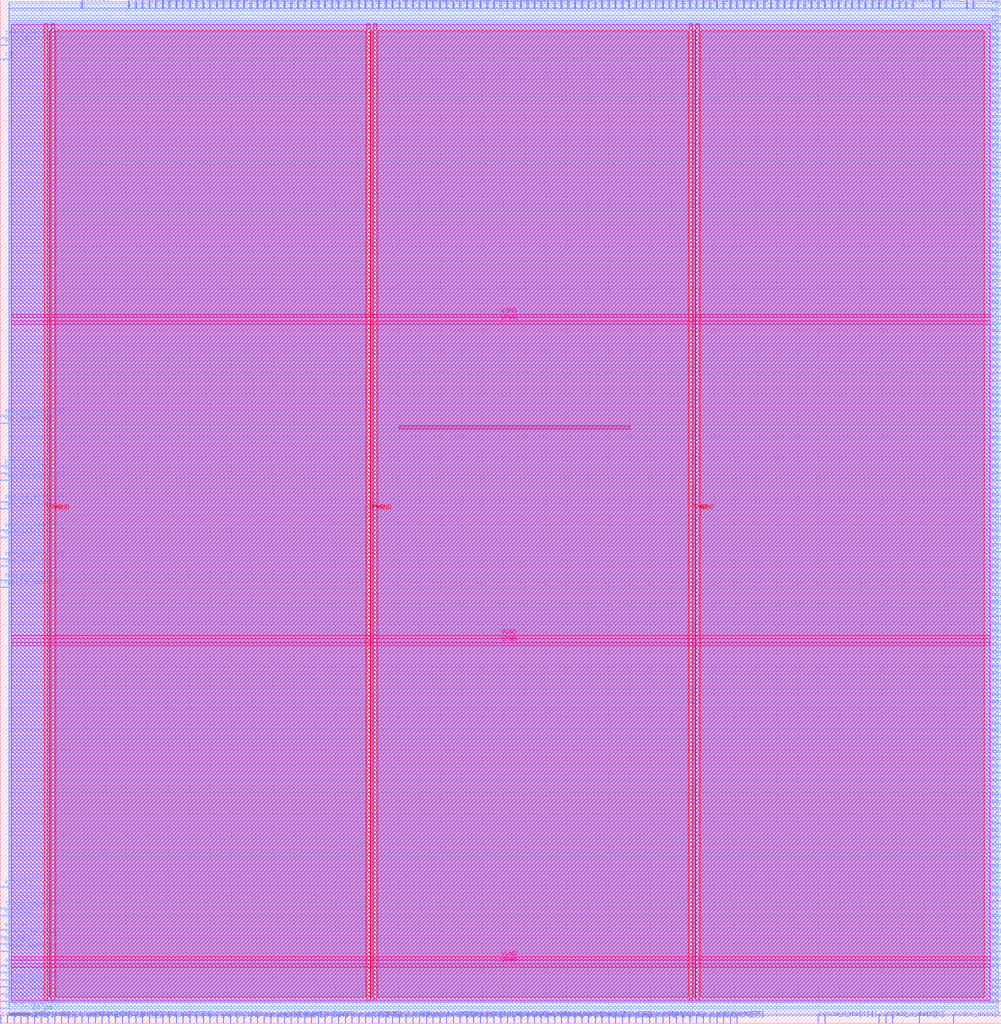
<source format=lef>
VERSION 5.7 ;
  NOWIREEXTENSIONATPIN ON ;
  DIVIDERCHAR "/" ;
  BUSBITCHARS "[]" ;
MACRO picorv32
  CLASS BLOCK ;
  FOREIGN picorv32 ;
  ORIGIN 0.000 0.000 ;
  SIZE 477.045 BY 487.765 ;
  PIN VGND
    DIRECTION INOUT ;
    USE GROUND ;
    PORT
      LAYER met4 ;
        RECT 24.340 10.640 25.940 476.240 ;
    END
    PORT
      LAYER met4 ;
        RECT 177.940 10.640 179.540 476.240 ;
    END
    PORT
      LAYER met4 ;
        RECT 331.540 10.640 333.140 476.240 ;
    END
    PORT
      LAYER met5 ;
        RECT 5.280 30.030 471.740 31.630 ;
    END
    PORT
      LAYER met5 ;
        RECT 5.280 183.210 471.740 184.810 ;
    END
    PORT
      LAYER met5 ;
        RECT 5.280 336.390 471.740 337.990 ;
    END
  END VGND
  PIN VPWR
    DIRECTION INOUT ;
    USE POWER ;
    PORT
      LAYER met4 ;
        RECT 21.040 10.640 22.640 476.240 ;
    END
    PORT
      LAYER met4 ;
        RECT 174.640 10.640 176.240 476.240 ;
    END
    PORT
      LAYER met4 ;
        RECT 328.240 10.640 329.840 476.240 ;
    END
    PORT
      LAYER met5 ;
        RECT 5.280 26.730 471.740 28.330 ;
    END
    PORT
      LAYER met5 ;
        RECT 5.280 179.910 471.740 181.510 ;
    END
    PORT
      LAYER met5 ;
        RECT 5.280 333.090 471.740 334.690 ;
    END
  END VPWR
  PIN clk
    DIRECTION INPUT ;
    USE SIGNAL ;
    ANTENNAGATEAREA 0.852000 ;
    PORT
      LAYER met3 ;
        RECT 0.000 459.040 4.000 459.640 ;
    END
  END clk
  PIN eoi[0]
    DIRECTION OUTPUT ;
    USE SIGNAL ;
    PORT
      LAYER met2 ;
        RECT 438.010 0.000 438.290 4.000 ;
    END
  END eoi[0]
  PIN eoi[10]
    DIRECTION OUTPUT ;
    USE SIGNAL ;
    PORT
      LAYER met3 ;
        RECT 473.045 486.240 477.045 486.840 ;
    END
  END eoi[10]
  PIN eoi[11]
    DIRECTION OUTPUT ;
    USE SIGNAL ;
    PORT
      LAYER met3 ;
        RECT 0.000 51.040 4.000 51.640 ;
    END
  END eoi[11]
  PIN eoi[12]
    DIRECTION OUTPUT ;
    USE SIGNAL ;
    PORT
      LAYER met2 ;
        RECT 434.790 483.765 435.070 487.765 ;
    END
  END eoi[12]
  PIN eoi[13]
    DIRECTION OUTPUT ;
    USE SIGNAL ;
    PORT
      LAYER met3 ;
        RECT 0.000 465.840 4.000 466.440 ;
    END
  END eoi[13]
  PIN eoi[14]
    DIRECTION OUTPUT ;
    USE SIGNAL ;
    PORT
      LAYER met2 ;
        RECT 418.690 483.765 418.970 487.765 ;
    END
  END eoi[14]
  PIN eoi[15]
    DIRECTION OUTPUT ;
    USE SIGNAL ;
    PORT
      LAYER met2 ;
        RECT 444.450 483.765 444.730 487.765 ;
    END
  END eoi[15]
  PIN eoi[16]
    DIRECTION OUTPUT ;
    USE SIGNAL ;
    PORT
      LAYER met2 ;
        RECT 380.050 483.765 380.330 487.765 ;
    END
  END eoi[16]
  PIN eoi[17]
    DIRECTION OUTPUT ;
    USE SIGNAL ;
    PORT
      LAYER met2 ;
        RECT 48.390 0.000 48.670 4.000 ;
    END
  END eoi[17]
  PIN eoi[18]
    DIRECTION OUTPUT ;
    USE SIGNAL ;
    PORT
      LAYER met2 ;
        RECT 396.150 483.765 396.430 487.765 ;
    END
  END eoi[18]
  PIN eoi[19]
    DIRECTION OUTPUT ;
    USE SIGNAL ;
    PORT
      LAYER met2 ;
        RECT 418.690 0.000 418.970 4.000 ;
    END
  END eoi[19]
  PIN eoi[1]
    DIRECTION OUTPUT ;
    USE SIGNAL ;
    PORT
      LAYER met2 ;
        RECT 151.430 0.000 151.710 4.000 ;
    END
  END eoi[1]
  PIN eoi[20]
    DIRECTION OUTPUT ;
    USE SIGNAL ;
    PORT
      LAYER met2 ;
        RECT 64.490 483.765 64.770 487.765 ;
    END
  END eoi[20]
  PIN eoi[21]
    DIRECTION OUTPUT ;
    USE SIGNAL ;
    PORT
      LAYER met2 ;
        RECT 402.590 483.765 402.870 487.765 ;
    END
  END eoi[21]
  PIN eoi[22]
    DIRECTION OUTPUT ;
    USE SIGNAL ;
    PORT
      LAYER met2 ;
        RECT 38.730 483.765 39.010 487.765 ;
    END
  END eoi[22]
  PIN eoi[23]
    DIRECTION OUTPUT ;
    USE SIGNAL ;
    PORT
      LAYER met2 ;
        RECT 54.830 0.000 55.110 4.000 ;
    END
  END eoi[23]
  PIN eoi[24]
    DIRECTION OUTPUT ;
    USE SIGNAL ;
    PORT
      LAYER met3 ;
        RECT 473.045 442.040 477.045 442.640 ;
    END
  END eoi[24]
  PIN eoi[25]
    DIRECTION OUTPUT ;
    USE SIGNAL ;
    PORT
      LAYER met2 ;
        RECT 412.250 483.765 412.530 487.765 ;
    END
  END eoi[25]
  PIN eoi[26]
    DIRECTION OUTPUT ;
    USE SIGNAL ;
    PORT
      LAYER met3 ;
        RECT 0.000 27.240 4.000 27.840 ;
    END
  END eoi[26]
  PIN eoi[27]
    DIRECTION OUTPUT ;
    USE SIGNAL ;
    PORT
      LAYER met2 ;
        RECT 360.730 483.765 361.010 487.765 ;
    END
  END eoi[27]
  PIN eoi[28]
    DIRECTION OUTPUT ;
    USE SIGNAL ;
    PORT
      LAYER met2 ;
        RECT 41.950 0.000 42.230 4.000 ;
    END
  END eoi[28]
  PIN eoi[29]
    DIRECTION OUTPUT ;
    USE SIGNAL ;
    PORT
      LAYER met3 ;
        RECT 0.000 64.640 4.000 65.240 ;
    END
  END eoi[29]
  PIN eoi[2]
    DIRECTION OUTPUT ;
    USE SIGNAL ;
    PORT
      LAYER met2 ;
        RECT 389.710 483.765 389.990 487.765 ;
    END
  END eoi[2]
  PIN eoi[30]
    DIRECTION OUTPUT ;
    USE SIGNAL ;
    PORT
      LAYER met2 ;
        RECT 96.690 483.765 96.970 487.765 ;
    END
  END eoi[30]
  PIN eoi[31]
    DIRECTION OUTPUT ;
    USE SIGNAL ;
    PORT
      LAYER met3 ;
        RECT 473.045 476.040 477.045 476.640 ;
    END
  END eoi[31]
  PIN eoi[3]
    DIRECTION OUTPUT ;
    USE SIGNAL ;
    PORT
      LAYER met3 ;
        RECT 0.000 10.240 4.000 10.840 ;
    END
  END eoi[3]
  PIN eoi[4]
    DIRECTION OUTPUT ;
    USE SIGNAL ;
    PORT
      LAYER met3 ;
        RECT 0.000 44.240 4.000 44.840 ;
    END
  END eoi[4]
  PIN eoi[5]
    DIRECTION OUTPUT ;
    USE SIGNAL ;
    PORT
      LAYER met3 ;
        RECT 473.045 10.240 477.045 10.840 ;
    END
  END eoi[5]
  PIN eoi[6]
    DIRECTION OUTPUT ;
    USE SIGNAL ;
    PORT
      LAYER met3 ;
        RECT 0.000 37.440 4.000 38.040 ;
    END
  END eoi[6]
  PIN eoi[7]
    DIRECTION OUTPUT ;
    USE SIGNAL ;
    PORT
      LAYER met2 ;
        RECT 25.850 0.000 26.130 4.000 ;
    END
  END eoi[7]
  PIN eoi[8]
    DIRECTION OUTPUT ;
    USE SIGNAL ;
    PORT
      LAYER met2 ;
        RECT 409.030 483.765 409.310 487.765 ;
    END
  END eoi[8]
  PIN eoi[9]
    DIRECTION OUTPUT ;
    USE SIGNAL ;
    PORT
      LAYER met3 ;
        RECT 473.045 472.640 477.045 473.240 ;
    END
  END eoi[9]
  PIN irq[0]
    DIRECTION INPUT ;
    USE SIGNAL ;
    PORT
      LAYER met2 ;
        RECT 318.870 0.000 319.150 4.000 ;
    END
  END irq[0]
  PIN irq[10]
    DIRECTION INPUT ;
    USE SIGNAL ;
    PORT
      LAYER met2 ;
        RECT 9.750 0.000 10.030 4.000 ;
    END
  END irq[10]
  PIN irq[11]
    DIRECTION INPUT ;
    USE SIGNAL ;
    PORT
      LAYER met2 ;
        RECT 19.410 0.000 19.690 4.000 ;
    END
  END irq[11]
  PIN irq[12]
    DIRECTION INPUT ;
    USE SIGNAL ;
    PORT
      LAYER met2 ;
        RECT 83.810 0.000 84.090 4.000 ;
    END
  END irq[12]
  PIN irq[13]
    DIRECTION INPUT ;
    USE SIGNAL ;
    PORT
      LAYER met2 ;
        RECT 96.690 0.000 96.970 4.000 ;
    END
  END irq[13]
  PIN irq[14]
    DIRECTION INPUT ;
    USE SIGNAL ;
    PORT
      LAYER met2 ;
        RECT 0.090 0.000 0.370 4.000 ;
    END
  END irq[14]
  PIN irq[15]
    DIRECTION INPUT ;
    USE SIGNAL ;
    PORT
      LAYER met2 ;
        RECT 38.730 0.000 39.010 4.000 ;
    END
  END irq[15]
  PIN irq[16]
    DIRECTION INPUT ;
    USE SIGNAL ;
    PORT
      LAYER met2 ;
        RECT 315.650 0.000 315.930 4.000 ;
    END
  END irq[16]
  PIN irq[17]
    DIRECTION INPUT ;
    USE SIGNAL ;
    PORT
      LAYER met2 ;
        RECT 64.490 0.000 64.770 4.000 ;
    END
  END irq[17]
  PIN irq[18]
    DIRECTION INPUT ;
    USE SIGNAL ;
    PORT
      LAYER met2 ;
        RECT 51.610 0.000 51.890 4.000 ;
    END
  END irq[18]
  PIN irq[19]
    DIRECTION INPUT ;
    USE SIGNAL ;
    PORT
      LAYER met2 ;
        RECT 61.270 0.000 61.550 4.000 ;
    END
  END irq[19]
  PIN irq[1]
    DIRECTION INPUT ;
    USE SIGNAL ;
    PORT
      LAYER met2 ;
        RECT 74.150 0.000 74.430 4.000 ;
    END
  END irq[1]
  PIN irq[20]
    DIRECTION INPUT ;
    USE SIGNAL ;
    PORT
      LAYER met2 ;
        RECT 154.650 0.000 154.930 4.000 ;
    END
  END irq[20]
  PIN irq[21]
    DIRECTION INPUT ;
    USE SIGNAL ;
    PORT
      LAYER met2 ;
        RECT 99.910 0.000 100.190 4.000 ;
    END
  END irq[21]
  PIN irq[22]
    DIRECTION INPUT ;
    USE SIGNAL ;
    PORT
      LAYER met2 ;
        RECT 67.710 0.000 67.990 4.000 ;
    END
  END irq[22]
  PIN irq[23]
    DIRECTION INPUT ;
    USE SIGNAL ;
    PORT
      LAYER met2 ;
        RECT 70.930 0.000 71.210 4.000 ;
    END
  END irq[23]
  PIN irq[24]
    DIRECTION INPUT ;
    USE SIGNAL ;
    PORT
      LAYER met2 ;
        RECT 116.010 0.000 116.290 4.000 ;
    END
  END irq[24]
  PIN irq[25]
    DIRECTION INPUT ;
    USE SIGNAL ;
    PORT
      LAYER met2 ;
        RECT 109.570 0.000 109.850 4.000 ;
    END
  END irq[25]
  PIN irq[26]
    DIRECTION INPUT ;
    USE SIGNAL ;
    PORT
      LAYER met2 ;
        RECT 77.370 0.000 77.650 4.000 ;
    END
  END irq[26]
  PIN irq[27]
    DIRECTION INPUT ;
    USE SIGNAL ;
    PORT
      LAYER met2 ;
        RECT 80.590 0.000 80.870 4.000 ;
    END
  END irq[27]
  PIN irq[28]
    DIRECTION INPUT ;
    USE SIGNAL ;
    PORT
      LAYER met2 ;
        RECT 347.850 0.000 348.130 4.000 ;
    END
  END irq[28]
  PIN irq[29]
    DIRECTION INPUT ;
    USE SIGNAL ;
    PORT
      LAYER met2 ;
        RECT 87.030 0.000 87.310 4.000 ;
    END
  END irq[29]
  PIN irq[2]
    DIRECTION INPUT ;
    USE SIGNAL ;
    PORT
      LAYER met2 ;
        RECT 90.250 0.000 90.530 4.000 ;
    END
  END irq[2]
  PIN irq[30]
    DIRECTION INPUT ;
    USE SIGNAL ;
    PORT
      LAYER met2 ;
        RECT 177.190 0.000 177.470 4.000 ;
    END
  END irq[30]
  PIN irq[31]
    DIRECTION INPUT ;
    USE SIGNAL ;
    PORT
      LAYER met2 ;
        RECT 93.470 0.000 93.750 4.000 ;
    END
  END irq[31]
  PIN irq[3]
    DIRECTION INPUT ;
    USE SIGNAL ;
    PORT
      LAYER met2 ;
        RECT 157.870 0.000 158.150 4.000 ;
    END
  END irq[3]
  PIN irq[4]
    DIRECTION INPUT ;
    USE SIGNAL ;
    PORT
      LAYER met2 ;
        RECT 141.770 0.000 142.050 4.000 ;
    END
  END irq[4]
  PIN irq[5]
    DIRECTION INPUT ;
    USE SIGNAL ;
    PORT
      LAYER met2 ;
        RECT 103.130 0.000 103.410 4.000 ;
    END
  END irq[5]
  PIN irq[6]
    DIRECTION INPUT ;
    USE SIGNAL ;
    PORT
      LAYER met2 ;
        RECT 106.350 0.000 106.630 4.000 ;
    END
  END irq[6]
  PIN irq[7]
    DIRECTION INPUT ;
    USE SIGNAL ;
    PORT
      LAYER met2 ;
        RECT 351.070 0.000 351.350 4.000 ;
    END
  END irq[7]
  PIN irq[8]
    DIRECTION INPUT ;
    USE SIGNAL ;
    PORT
      LAYER met2 ;
        RECT 112.790 0.000 113.070 4.000 ;
    END
  END irq[8]
  PIN irq[9]
    DIRECTION INPUT ;
    USE SIGNAL ;
    PORT
      LAYER met2 ;
        RECT 148.210 0.000 148.490 4.000 ;
    END
  END irq[9]
  PIN mem_addr[0]
    DIRECTION OUTPUT ;
    USE SIGNAL ;
    PORT
      LAYER met2 ;
        RECT 357.510 483.765 357.790 487.765 ;
    END
  END mem_addr[0]
  PIN mem_addr[10]
    DIRECTION OUTPUT ;
    USE SIGNAL ;
    ANTENNADIFFAREA 0.445500 ;
    PORT
      LAYER met2 ;
        RECT 270.570 0.000 270.850 4.000 ;
    END
  END mem_addr[10]
  PIN mem_addr[11]
    DIRECTION OUTPUT ;
    USE SIGNAL ;
    ANTENNADIFFAREA 0.445500 ;
    PORT
      LAYER met2 ;
        RECT 215.830 0.000 216.110 4.000 ;
    END
  END mem_addr[11]
  PIN mem_addr[12]
    DIRECTION OUTPUT ;
    USE SIGNAL ;
    ANTENNADIFFAREA 0.445500 ;
    PORT
      LAYER met2 ;
        RECT 199.730 0.000 200.010 4.000 ;
    END
  END mem_addr[12]
  PIN mem_addr[13]
    DIRECTION OUTPUT ;
    USE SIGNAL ;
    ANTENNADIFFAREA 0.445500 ;
    PORT
      LAYER met2 ;
        RECT 235.150 0.000 235.430 4.000 ;
    END
  END mem_addr[13]
  PIN mem_addr[14]
    DIRECTION OUTPUT ;
    USE SIGNAL ;
    ANTENNADIFFAREA 0.445500 ;
    PORT
      LAYER met2 ;
        RECT 238.370 0.000 238.650 4.000 ;
    END
  END mem_addr[14]
  PIN mem_addr[15]
    DIRECTION OUTPUT ;
    USE SIGNAL ;
    ANTENNADIFFAREA 0.445500 ;
    PORT
      LAYER met3 ;
        RECT 0.000 210.840 4.000 211.440 ;
    END
  END mem_addr[15]
  PIN mem_addr[16]
    DIRECTION OUTPUT ;
    USE SIGNAL ;
    ANTENNADIFFAREA 0.445500 ;
    PORT
      LAYER met3 ;
        RECT 0.000 217.640 4.000 218.240 ;
    END
  END mem_addr[16]
  PIN mem_addr[17]
    DIRECTION OUTPUT ;
    USE SIGNAL ;
    ANTENNADIFFAREA 0.445500 ;
    PORT
      LAYER met3 ;
        RECT 0.000 231.240 4.000 231.840 ;
    END
  END mem_addr[17]
  PIN mem_addr[18]
    DIRECTION OUTPUT ;
    USE SIGNAL ;
    ANTENNADIFFAREA 0.445500 ;
    PORT
      LAYER met3 ;
        RECT 0.000 261.840 4.000 262.440 ;
    END
  END mem_addr[18]
  PIN mem_addr[19]
    DIRECTION OUTPUT ;
    USE SIGNAL ;
    ANTENNADIFFAREA 0.445500 ;
    PORT
      LAYER met3 ;
        RECT 0.000 244.840 4.000 245.440 ;
    END
  END mem_addr[19]
  PIN mem_addr[1]
    DIRECTION OUTPUT ;
    USE SIGNAL ;
    PORT
      LAYER met3 ;
        RECT 473.045 408.040 477.045 408.640 ;
    END
  END mem_addr[1]
  PIN mem_addr[20]
    DIRECTION OUTPUT ;
    USE SIGNAL ;
    ANTENNADIFFAREA 0.445500 ;
    PORT
      LAYER met3 ;
        RECT 0.000 285.640 4.000 286.240 ;
    END
  END mem_addr[20]
  PIN mem_addr[21]
    DIRECTION OUTPUT ;
    USE SIGNAL ;
    ANTENNADIFFAREA 0.445500 ;
    PORT
      LAYER met2 ;
        RECT 144.990 483.765 145.270 487.765 ;
    END
  END mem_addr[21]
  PIN mem_addr[22]
    DIRECTION OUTPUT ;
    USE SIGNAL ;
    ANTENNADIFFAREA 0.445500 ;
    PORT
      LAYER met2 ;
        RECT 109.570 483.765 109.850 487.765 ;
    END
  END mem_addr[22]
  PIN mem_addr[23]
    DIRECTION OUTPUT ;
    USE SIGNAL ;
    ANTENNADIFFAREA 0.445500 ;
    PORT
      LAYER met2 ;
        RECT 128.890 483.765 129.170 487.765 ;
    END
  END mem_addr[23]
  PIN mem_addr[24]
    DIRECTION OUTPUT ;
    USE SIGNAL ;
    ANTENNADIFFAREA 0.445500 ;
    PORT
      LAYER met2 ;
        RECT 347.850 483.765 348.130 487.765 ;
    END
  END mem_addr[24]
  PIN mem_addr[25]
    DIRECTION OUTPUT ;
    USE SIGNAL ;
    ANTENNADIFFAREA 0.445500 ;
    PORT
      LAYER met2 ;
        RECT 305.990 483.765 306.270 487.765 ;
    END
  END mem_addr[25]
  PIN mem_addr[26]
    DIRECTION OUTPUT ;
    USE SIGNAL ;
    ANTENNADIFFAREA 0.445500 ;
    PORT
      LAYER met2 ;
        RECT 99.910 483.765 100.190 487.765 ;
    END
  END mem_addr[26]
  PIN mem_addr[27]
    DIRECTION OUTPUT ;
    USE SIGNAL ;
    ANTENNADIFFAREA 0.445500 ;
    PORT
      LAYER met2 ;
        RECT 83.810 483.765 84.090 487.765 ;
    END
  END mem_addr[27]
  PIN mem_addr[28]
    DIRECTION OUTPUT ;
    USE SIGNAL ;
    ANTENNADIFFAREA 0.445500 ;
    PORT
      LAYER met2 ;
        RECT 106.350 483.765 106.630 487.765 ;
    END
  END mem_addr[28]
  PIN mem_addr[29]
    DIRECTION OUTPUT ;
    USE SIGNAL ;
    ANTENNADIFFAREA 0.445500 ;
    PORT
      LAYER met2 ;
        RECT 164.310 483.765 164.590 487.765 ;
    END
  END mem_addr[29]
  PIN mem_addr[2]
    DIRECTION OUTPUT ;
    USE SIGNAL ;
    ANTENNADIFFAREA 0.445500 ;
    PORT
      LAYER met3 ;
        RECT 473.045 27.240 477.045 27.840 ;
    END
  END mem_addr[2]
  PIN mem_addr[30]
    DIRECTION OUTPUT ;
    USE SIGNAL ;
    ANTENNADIFFAREA 0.445500 ;
    PORT
      LAYER met2 ;
        RECT 151.430 483.765 151.710 487.765 ;
    END
  END mem_addr[30]
  PIN mem_addr[31]
    DIRECTION OUTPUT ;
    USE SIGNAL ;
    ANTENNADIFFAREA 0.445500 ;
    PORT
      LAYER met2 ;
        RECT 190.070 483.765 190.350 487.765 ;
    END
  END mem_addr[31]
  PIN mem_addr[3]
    DIRECTION OUTPUT ;
    USE SIGNAL ;
    ANTENNADIFFAREA 0.445500 ;
    PORT
      LAYER met3 ;
        RECT 473.045 112.240 477.045 112.840 ;
    END
  END mem_addr[3]
  PIN mem_addr[4]
    DIRECTION OUTPUT ;
    USE SIGNAL ;
    ANTENNADIFFAREA 0.445500 ;
    PORT
      LAYER met3 ;
        RECT 473.045 231.240 477.045 231.840 ;
    END
  END mem_addr[4]
  PIN mem_addr[5]
    DIRECTION OUTPUT ;
    USE SIGNAL ;
    ANTENNADIFFAREA 0.445500 ;
    PORT
      LAYER met3 ;
        RECT 473.045 132.640 477.045 133.240 ;
    END
  END mem_addr[5]
  PIN mem_addr[6]
    DIRECTION OUTPUT ;
    USE SIGNAL ;
    ANTENNADIFFAREA 0.445500 ;
    PORT
      LAYER met2 ;
        RECT 248.030 0.000 248.310 4.000 ;
    END
  END mem_addr[6]
  PIN mem_addr[7]
    DIRECTION OUTPUT ;
    USE SIGNAL ;
    ANTENNADIFFAREA 0.445500 ;
    PORT
      LAYER met2 ;
        RECT 257.690 0.000 257.970 4.000 ;
    END
  END mem_addr[7]
  PIN mem_addr[8]
    DIRECTION OUTPUT ;
    USE SIGNAL ;
    ANTENNADIFFAREA 0.445500 ;
    PORT
      LAYER met2 ;
        RECT 267.350 0.000 267.630 4.000 ;
    END
  END mem_addr[8]
  PIN mem_addr[9]
    DIRECTION OUTPUT ;
    USE SIGNAL ;
    ANTENNADIFFAREA 0.445500 ;
    PORT
      LAYER met2 ;
        RECT 277.010 0.000 277.290 4.000 ;
    END
  END mem_addr[9]
  PIN mem_instr
    DIRECTION OUTPUT ;
    USE SIGNAL ;
    ANTENNADIFFAREA 0.445500 ;
    PORT
      LAYER met2 ;
        RECT 309.210 483.765 309.490 487.765 ;
    END
  END mem_instr
  PIN mem_la_addr[0]
    DIRECTION OUTPUT ;
    USE SIGNAL ;
    PORT
      LAYER met2 ;
        RECT 32.290 0.000 32.570 4.000 ;
    END
  END mem_la_addr[0]
  PIN mem_la_addr[10]
    DIRECTION OUTPUT ;
    USE SIGNAL ;
    ANTENNADIFFAREA 0.445500 ;
    PORT
      LAYER met2 ;
        RECT 264.130 0.000 264.410 4.000 ;
    END
  END mem_la_addr[10]
  PIN mem_la_addr[11]
    DIRECTION OUTPUT ;
    USE SIGNAL ;
    ANTENNADIFFAREA 0.445500 ;
    PORT
      LAYER met2 ;
        RECT 212.610 0.000 212.890 4.000 ;
    END
  END mem_la_addr[11]
  PIN mem_la_addr[12]
    DIRECTION OUTPUT ;
    USE SIGNAL ;
    ANTENNADIFFAREA 0.445500 ;
    PORT
      LAYER met2 ;
        RECT 196.510 0.000 196.790 4.000 ;
    END
  END mem_la_addr[12]
  PIN mem_la_addr[13]
    DIRECTION OUTPUT ;
    USE SIGNAL ;
    ANTENNADIFFAREA 0.445500 ;
    PORT
      LAYER met2 ;
        RECT 231.930 0.000 232.210 4.000 ;
    END
  END mem_la_addr[13]
  PIN mem_la_addr[14]
    DIRECTION OUTPUT ;
    USE SIGNAL ;
    ANTENNADIFFAREA 0.445500 ;
    PORT
      LAYER met2 ;
        RECT 241.590 0.000 241.870 4.000 ;
    END
  END mem_la_addr[14]
  PIN mem_la_addr[15]
    DIRECTION OUTPUT ;
    USE SIGNAL ;
    ANTENNADIFFAREA 0.445500 ;
    PORT
      LAYER met3 ;
        RECT 0.000 207.440 4.000 208.040 ;
    END
  END mem_la_addr[15]
  PIN mem_la_addr[16]
    DIRECTION OUTPUT ;
    USE SIGNAL ;
    ANTENNADIFFAREA 0.445500 ;
    PORT
      LAYER met3 ;
        RECT 0.000 221.040 4.000 221.640 ;
    END
  END mem_la_addr[16]
  PIN mem_la_addr[17]
    DIRECTION OUTPUT ;
    USE SIGNAL ;
    ANTENNADIFFAREA 0.445500 ;
    PORT
      LAYER met3 ;
        RECT 0.000 234.640 4.000 235.240 ;
    END
  END mem_la_addr[17]
  PIN mem_la_addr[18]
    DIRECTION OUTPUT ;
    USE SIGNAL ;
    ANTENNADIFFAREA 0.445500 ;
    PORT
      LAYER met3 ;
        RECT 0.000 258.440 4.000 259.040 ;
    END
  END mem_la_addr[18]
  PIN mem_la_addr[19]
    DIRECTION OUTPUT ;
    USE SIGNAL ;
    ANTENNADIFFAREA 0.445500 ;
    PORT
      LAYER met3 ;
        RECT 0.000 248.240 4.000 248.840 ;
    END
  END mem_la_addr[19]
  PIN mem_la_addr[1]
    DIRECTION OUTPUT ;
    USE SIGNAL ;
    PORT
      LAYER met2 ;
        RECT 29.070 0.000 29.350 4.000 ;
    END
  END mem_la_addr[1]
  PIN mem_la_addr[20]
    DIRECTION OUTPUT ;
    USE SIGNAL ;
    ANTENNADIFFAREA 0.445500 ;
    PORT
      LAYER met3 ;
        RECT 0.000 289.040 4.000 289.640 ;
    END
  END mem_la_addr[20]
  PIN mem_la_addr[21]
    DIRECTION OUTPUT ;
    USE SIGNAL ;
    ANTENNADIFFAREA 0.445500 ;
    PORT
      LAYER met2 ;
        RECT 70.930 483.765 71.210 487.765 ;
    END
  END mem_la_addr[21]
  PIN mem_la_addr[22]
    DIRECTION OUTPUT ;
    USE SIGNAL ;
    ANTENNADIFFAREA 0.445500 ;
    PORT
      LAYER met2 ;
        RECT 77.370 483.765 77.650 487.765 ;
    END
  END mem_la_addr[22]
  PIN mem_la_addr[23]
    DIRECTION OUTPUT ;
    USE SIGNAL ;
    ANTENNADIFFAREA 0.445500 ;
    PORT
      LAYER met2 ;
        RECT 148.210 483.765 148.490 487.765 ;
    END
  END mem_la_addr[23]
  PIN mem_la_addr[24]
    DIRECTION OUTPUT ;
    USE SIGNAL ;
    ANTENNADIFFAREA 0.445500 ;
    PORT
      LAYER met2 ;
        RECT 312.430 483.765 312.710 487.765 ;
    END
  END mem_la_addr[24]
  PIN mem_la_addr[25]
    DIRECTION OUTPUT ;
    USE SIGNAL ;
    ANTENNADIFFAREA 0.445500 ;
    PORT
      LAYER met2 ;
        RECT 315.650 483.765 315.930 487.765 ;
    END
  END mem_la_addr[25]
  PIN mem_la_addr[26]
    DIRECTION OUTPUT ;
    USE SIGNAL ;
    ANTENNADIFFAREA 0.445500 ;
    PORT
      LAYER met2 ;
        RECT 67.710 483.765 67.990 487.765 ;
    END
  END mem_la_addr[26]
  PIN mem_la_addr[27]
    DIRECTION OUTPUT ;
    USE SIGNAL ;
    ANTENNADIFFAREA 0.445500 ;
    PORT
      LAYER met2 ;
        RECT 154.650 483.765 154.930 487.765 ;
    END
  END mem_la_addr[27]
  PIN mem_la_addr[28]
    DIRECTION OUTPUT ;
    USE SIGNAL ;
    ANTENNADIFFAREA 0.445500 ;
    PORT
      LAYER met2 ;
        RECT 74.150 483.765 74.430 487.765 ;
    END
  END mem_la_addr[28]
  PIN mem_la_addr[29]
    DIRECTION OUTPUT ;
    USE SIGNAL ;
    ANTENNADIFFAREA 0.445500 ;
    PORT
      LAYER met2 ;
        RECT 215.830 483.765 216.110 487.765 ;
    END
  END mem_la_addr[29]
  PIN mem_la_addr[2]
    DIRECTION OUTPUT ;
    USE SIGNAL ;
    ANTENNADIFFAREA 0.445500 ;
    PORT
      LAYER met3 ;
        RECT 473.045 244.840 477.045 245.440 ;
    END
  END mem_la_addr[2]
  PIN mem_la_addr[30]
    DIRECTION OUTPUT ;
    USE SIGNAL ;
    ANTENNADIFFAREA 0.445500 ;
    PORT
      LAYER met2 ;
        RECT 225.490 483.765 225.770 487.765 ;
    END
  END mem_la_addr[30]
  PIN mem_la_addr[31]
    DIRECTION OUTPUT ;
    USE SIGNAL ;
    ANTENNADIFFAREA 0.445500 ;
    PORT
      LAYER met2 ;
        RECT 138.550 483.765 138.830 487.765 ;
    END
  END mem_la_addr[31]
  PIN mem_la_addr[3]
    DIRECTION OUTPUT ;
    USE SIGNAL ;
    ANTENNADIFFAREA 0.445500 ;
    PORT
      LAYER met3 ;
        RECT 473.045 221.040 477.045 221.640 ;
    END
  END mem_la_addr[3]
  PIN mem_la_addr[4]
    DIRECTION OUTPUT ;
    USE SIGNAL ;
    ANTENNADIFFAREA 0.445500 ;
    PORT
      LAYER met3 ;
        RECT 473.045 227.840 477.045 228.440 ;
    END
  END mem_la_addr[4]
  PIN mem_la_addr[5]
    DIRECTION OUTPUT ;
    USE SIGNAL ;
    ANTENNADIFFAREA 0.445500 ;
    PORT
      LAYER met3 ;
        RECT 473.045 210.840 477.045 211.440 ;
    END
  END mem_la_addr[5]
  PIN mem_la_addr[6]
    DIRECTION OUTPUT ;
    USE SIGNAL ;
    ANTENNADIFFAREA 0.445500 ;
    PORT
      LAYER met2 ;
        RECT 244.810 0.000 245.090 4.000 ;
    END
  END mem_la_addr[6]
  PIN mem_la_addr[7]
    DIRECTION OUTPUT ;
    USE SIGNAL ;
    ANTENNADIFFAREA 0.445500 ;
    PORT
      LAYER met2 ;
        RECT 254.470 0.000 254.750 4.000 ;
    END
  END mem_la_addr[7]
  PIN mem_la_addr[8]
    DIRECTION OUTPUT ;
    USE SIGNAL ;
    ANTENNADIFFAREA 0.445500 ;
    PORT
      LAYER met2 ;
        RECT 260.910 0.000 261.190 4.000 ;
    END
  END mem_la_addr[8]
  PIN mem_la_addr[9]
    DIRECTION OUTPUT ;
    USE SIGNAL ;
    ANTENNADIFFAREA 0.445500 ;
    PORT
      LAYER met2 ;
        RECT 273.790 0.000 274.070 4.000 ;
    END
  END mem_la_addr[9]
  PIN mem_la_read
    DIRECTION OUTPUT ;
    USE SIGNAL ;
    ANTENNADIFFAREA 0.445500 ;
    PORT
      LAYER met2 ;
        RECT 302.770 483.765 303.050 487.765 ;
    END
  END mem_la_read
  PIN mem_la_wdata[0]
    DIRECTION OUTPUT ;
    USE SIGNAL ;
    ANTENNADIFFAREA 0.445500 ;
    PORT
      LAYER met3 ;
        RECT 473.045 108.840 477.045 109.440 ;
    END
  END mem_la_wdata[0]
  PIN mem_la_wdata[10]
    DIRECTION OUTPUT ;
    USE SIGNAL ;
    ANTENNADIFFAREA 0.445500 ;
    PORT
      LAYER met3 ;
        RECT 473.045 323.040 477.045 323.640 ;
    END
  END mem_la_wdata[10]
  PIN mem_la_wdata[11]
    DIRECTION OUTPUT ;
    USE SIGNAL ;
    ANTENNADIFFAREA 0.445500 ;
    PORT
      LAYER met3 ;
        RECT 473.045 34.040 477.045 34.640 ;
    END
  END mem_la_wdata[11]
  PIN mem_la_wdata[12]
    DIRECTION OUTPUT ;
    USE SIGNAL ;
    ANTENNADIFFAREA 0.445500 ;
    PORT
      LAYER met3 ;
        RECT 473.045 44.240 477.045 44.840 ;
    END
  END mem_la_wdata[12]
  PIN mem_la_wdata[13]
    DIRECTION OUTPUT ;
    USE SIGNAL ;
    ANTENNADIFFAREA 0.445500 ;
    PORT
      LAYER met3 ;
        RECT 473.045 302.640 477.045 303.240 ;
    END
  END mem_la_wdata[13]
  PIN mem_la_wdata[14]
    DIRECTION OUTPUT ;
    USE SIGNAL ;
    ANTENNADIFFAREA 0.445500 ;
    PORT
      LAYER met3 ;
        RECT 473.045 78.240 477.045 78.840 ;
    END
  END mem_la_wdata[14]
  PIN mem_la_wdata[15]
    DIRECTION OUTPUT ;
    USE SIGNAL ;
    ANTENNADIFFAREA 0.445500 ;
    PORT
      LAYER met3 ;
        RECT 473.045 299.240 477.045 299.840 ;
    END
  END mem_la_wdata[15]
  PIN mem_la_wdata[16]
    DIRECTION OUTPUT ;
    USE SIGNAL ;
    ANTENNADIFFAREA 0.445500 ;
    PORT
      LAYER met3 ;
        RECT 473.045 265.240 477.045 265.840 ;
    END
  END mem_la_wdata[16]
  PIN mem_la_wdata[17]
    DIRECTION OUTPUT ;
    USE SIGNAL ;
    ANTENNADIFFAREA 0.445500 ;
    PORT
      LAYER met3 ;
        RECT 473.045 85.040 477.045 85.640 ;
    END
  END mem_la_wdata[17]
  PIN mem_la_wdata[18]
    DIRECTION OUTPUT ;
    USE SIGNAL ;
    ANTENNADIFFAREA 0.445500 ;
    PORT
      LAYER met3 ;
        RECT 473.045 88.440 477.045 89.040 ;
    END
  END mem_la_wdata[18]
  PIN mem_la_wdata[19]
    DIRECTION OUTPUT ;
    USE SIGNAL ;
    ANTENNADIFFAREA 0.445500 ;
    PORT
      LAYER met3 ;
        RECT 473.045 278.840 477.045 279.440 ;
    END
  END mem_la_wdata[19]
  PIN mem_la_wdata[1]
    DIRECTION OUTPUT ;
    USE SIGNAL ;
    ANTENNADIFFAREA 0.445500 ;
    PORT
      LAYER met3 ;
        RECT 473.045 251.640 477.045 252.240 ;
    END
  END mem_la_wdata[1]
  PIN mem_la_wdata[20]
    DIRECTION OUTPUT ;
    USE SIGNAL ;
    ANTENNADIFFAREA 0.445500 ;
    PORT
      LAYER met3 ;
        RECT 473.045 261.840 477.045 262.440 ;
    END
  END mem_la_wdata[20]
  PIN mem_la_wdata[21]
    DIRECTION OUTPUT ;
    USE SIGNAL ;
    ANTENNADIFFAREA 0.445500 ;
    PORT
      LAYER met3 ;
        RECT 473.045 255.040 477.045 255.640 ;
    END
  END mem_la_wdata[21]
  PIN mem_la_wdata[22]
    DIRECTION OUTPUT ;
    USE SIGNAL ;
    ANTENNADIFFAREA 0.445500 ;
    PORT
      LAYER met3 ;
        RECT 473.045 115.640 477.045 116.240 ;
    END
  END mem_la_wdata[22]
  PIN mem_la_wdata[23]
    DIRECTION OUTPUT ;
    USE SIGNAL ;
    ANTENNADIFFAREA 0.445500 ;
    PORT
      LAYER met3 ;
        RECT 473.045 387.640 477.045 388.240 ;
    END
  END mem_la_wdata[23]
  PIN mem_la_wdata[24]
    DIRECTION OUTPUT ;
    USE SIGNAL ;
    ANTENNADIFFAREA 0.445500 ;
    PORT
      LAYER met3 ;
        RECT 473.045 357.040 477.045 357.640 ;
    END
  END mem_la_wdata[24]
  PIN mem_la_wdata[25]
    DIRECTION OUTPUT ;
    USE SIGNAL ;
    ANTENNADIFFAREA 0.445500 ;
    PORT
      LAYER met3 ;
        RECT 473.045 380.840 477.045 381.440 ;
    END
  END mem_la_wdata[25]
  PIN mem_la_wdata[26]
    DIRECTION OUTPUT ;
    USE SIGNAL ;
    ANTENNADIFFAREA 0.445500 ;
    PORT
      LAYER met3 ;
        RECT 473.045 397.840 477.045 398.440 ;
    END
  END mem_la_wdata[26]
  PIN mem_la_wdata[27]
    DIRECTION OUTPUT ;
    USE SIGNAL ;
    ANTENNADIFFAREA 0.445500 ;
    PORT
      LAYER met3 ;
        RECT 473.045 343.440 477.045 344.040 ;
    END
  END mem_la_wdata[27]
  PIN mem_la_wdata[28]
    DIRECTION OUTPUT ;
    USE SIGNAL ;
    ANTENNADIFFAREA 0.445500 ;
    PORT
      LAYER met3 ;
        RECT 473.045 360.440 477.045 361.040 ;
    END
  END mem_la_wdata[28]
  PIN mem_la_wdata[29]
    DIRECTION OUTPUT ;
    USE SIGNAL ;
    ANTENNADIFFAREA 0.445500 ;
    PORT
      LAYER met3 ;
        RECT 473.045 479.440 477.045 480.040 ;
    END
  END mem_la_wdata[29]
  PIN mem_la_wdata[2]
    DIRECTION OUTPUT ;
    USE SIGNAL ;
    ANTENNADIFFAREA 0.445500 ;
    PORT
      LAYER met3 ;
        RECT 473.045 122.440 477.045 123.040 ;
    END
  END mem_la_wdata[2]
  PIN mem_la_wdata[30]
    DIRECTION OUTPUT ;
    USE SIGNAL ;
    ANTENNADIFFAREA 0.445500 ;
    PORT
      LAYER met3 ;
        RECT 473.045 377.440 477.045 378.040 ;
    END
  END mem_la_wdata[30]
  PIN mem_la_wdata[31]
    DIRECTION OUTPUT ;
    USE SIGNAL ;
    ANTENNADIFFAREA 0.445500 ;
    PORT
      LAYER met3 ;
        RECT 473.045 316.240 477.045 316.840 ;
    END
  END mem_la_wdata[31]
  PIN mem_la_wdata[3]
    DIRECTION OUTPUT ;
    USE SIGNAL ;
    ANTENNADIFFAREA 0.445500 ;
    PORT
      LAYER met3 ;
        RECT 473.045 125.840 477.045 126.440 ;
    END
  END mem_la_wdata[3]
  PIN mem_la_wdata[4]
    DIRECTION OUTPUT ;
    USE SIGNAL ;
    ANTENNADIFFAREA 0.445500 ;
    PORT
      LAYER met3 ;
        RECT 473.045 57.840 477.045 58.440 ;
    END
  END mem_la_wdata[4]
  PIN mem_la_wdata[5]
    DIRECTION OUTPUT ;
    USE SIGNAL ;
    ANTENNADIFFAREA 0.445500 ;
    PORT
      LAYER met3 ;
        RECT 473.045 119.040 477.045 119.640 ;
    END
  END mem_la_wdata[5]
  PIN mem_la_wdata[6]
    DIRECTION OUTPUT ;
    USE SIGNAL ;
    ANTENNADIFFAREA 0.445500 ;
    PORT
      LAYER met3 ;
        RECT 473.045 207.440 477.045 208.040 ;
    END
  END mem_la_wdata[6]
  PIN mem_la_wdata[7]
    DIRECTION OUTPUT ;
    USE SIGNAL ;
    ANTENNADIFFAREA 0.445500 ;
    PORT
      LAYER met3 ;
        RECT 473.045 170.040 477.045 170.640 ;
    END
  END mem_la_wdata[7]
  PIN mem_la_wdata[8]
    DIRECTION OUTPUT ;
    USE SIGNAL ;
    ANTENNADIFFAREA 0.445500 ;
    PORT
      LAYER met3 ;
        RECT 473.045 64.640 477.045 65.240 ;
    END
  END mem_la_wdata[8]
  PIN mem_la_wdata[9]
    DIRECTION OUTPUT ;
    USE SIGNAL ;
    ANTENNADIFFAREA 0.445500 ;
    PORT
      LAYER met3 ;
        RECT 473.045 71.440 477.045 72.040 ;
    END
  END mem_la_wdata[9]
  PIN mem_la_write
    DIRECTION OUTPUT ;
    USE SIGNAL ;
    ANTENNADIFFAREA 0.445500 ;
    PORT
      LAYER met2 ;
        RECT 296.330 483.765 296.610 487.765 ;
    END
  END mem_la_write
  PIN mem_la_wstrb[0]
    DIRECTION OUTPUT ;
    USE SIGNAL ;
    ANTENNADIFFAREA 0.445500 ;
    PORT
      LAYER met2 ;
        RECT 286.670 483.765 286.950 487.765 ;
    END
  END mem_la_wstrb[0]
  PIN mem_la_wstrb[1]
    DIRECTION OUTPUT ;
    USE SIGNAL ;
    ANTENNADIFFAREA 0.445500 ;
    PORT
      LAYER met3 ;
        RECT 473.045 51.040 477.045 51.640 ;
    END
  END mem_la_wstrb[1]
  PIN mem_la_wstrb[2]
    DIRECTION OUTPUT ;
    USE SIGNAL ;
    ANTENNADIFFAREA 0.445500 ;
    PORT
      LAYER met3 ;
        RECT 473.045 54.440 477.045 55.040 ;
    END
  END mem_la_wstrb[2]
  PIN mem_la_wstrb[3]
    DIRECTION OUTPUT ;
    USE SIGNAL ;
    ANTENNADIFFAREA 0.445500 ;
    PORT
      LAYER met3 ;
        RECT 473.045 37.440 477.045 38.040 ;
    END
  END mem_la_wstrb[3]
  PIN mem_rdata[0]
    DIRECTION INPUT ;
    USE SIGNAL ;
    ANTENNAGATEAREA 0.213000 ;
    PORT
      LAYER met2 ;
        RECT 270.570 483.765 270.850 487.765 ;
    END
  END mem_rdata[0]
  PIN mem_rdata[10]
    DIRECTION INPUT ;
    USE SIGNAL ;
    ANTENNAGATEAREA 0.213000 ;
    PORT
      LAYER met2 ;
        RECT 167.530 483.765 167.810 487.765 ;
    END
  END mem_rdata[10]
  PIN mem_rdata[11]
    DIRECTION INPUT ;
    USE SIGNAL ;
    ANTENNAGATEAREA 0.159000 ;
    PORT
      LAYER met2 ;
        RECT 180.410 483.765 180.690 487.765 ;
    END
  END mem_rdata[11]
  PIN mem_rdata[12]
    DIRECTION INPUT ;
    USE SIGNAL ;
    ANTENNAGATEAREA 0.247500 ;
    PORT
      LAYER met2 ;
        RECT 93.470 483.765 93.750 487.765 ;
    END
  END mem_rdata[12]
  PIN mem_rdata[13]
    DIRECTION INPUT ;
    USE SIGNAL ;
    ANTENNAGATEAREA 0.213000 ;
    PORT
      LAYER met2 ;
        RECT 141.770 483.765 142.050 487.765 ;
    END
  END mem_rdata[13]
  PIN mem_rdata[14]
    DIRECTION INPUT ;
    USE SIGNAL ;
    ANTENNAGATEAREA 0.247500 ;
    PORT
      LAYER met2 ;
        RECT 415.470 483.765 415.750 487.765 ;
    END
  END mem_rdata[14]
  PIN mem_rdata[15]
    DIRECTION INPUT ;
    USE SIGNAL ;
    ANTENNAGATEAREA 0.159000 ;
    PORT
      LAYER met2 ;
        RECT 173.970 483.765 174.250 487.765 ;
    END
  END mem_rdata[15]
  PIN mem_rdata[16]
    DIRECTION INPUT ;
    USE SIGNAL ;
    ANTENNAGATEAREA 0.213000 ;
    PORT
      LAYER met2 ;
        RECT 103.130 483.765 103.410 487.765 ;
    END
  END mem_rdata[16]
  PIN mem_rdata[17]
    DIRECTION INPUT ;
    USE SIGNAL ;
    ANTENNAGATEAREA 0.213000 ;
    PORT
      LAYER met2 ;
        RECT 119.230 483.765 119.510 487.765 ;
    END
  END mem_rdata[17]
  PIN mem_rdata[18]
    DIRECTION INPUT ;
    USE SIGNAL ;
    ANTENNAGATEAREA 0.213000 ;
    PORT
      LAYER met2 ;
        RECT 177.190 483.765 177.470 487.765 ;
    END
  END mem_rdata[18]
  PIN mem_rdata[19]
    DIRECTION INPUT ;
    USE SIGNAL ;
    ANTENNAGATEAREA 0.213000 ;
    PORT
      LAYER met2 ;
        RECT 132.110 483.765 132.390 487.765 ;
    END
  END mem_rdata[19]
  PIN mem_rdata[1]
    DIRECTION INPUT ;
    USE SIGNAL ;
    ANTENNAGATEAREA 0.213000 ;
    PORT
      LAYER met2 ;
        RECT 351.070 483.765 351.350 487.765 ;
    END
  END mem_rdata[1]
  PIN mem_rdata[20]
    DIRECTION INPUT ;
    USE SIGNAL ;
    ANTENNAGATEAREA 0.213000 ;
    PORT
      LAYER met2 ;
        RECT 431.570 483.765 431.850 487.765 ;
    END
  END mem_rdata[20]
  PIN mem_rdata[21]
    DIRECTION INPUT ;
    USE SIGNAL ;
    ANTENNAGATEAREA 0.213000 ;
    PORT
      LAYER met2 ;
        RECT 87.030 483.765 87.310 487.765 ;
    END
  END mem_rdata[21]
  PIN mem_rdata[22]
    DIRECTION INPUT ;
    USE SIGNAL ;
    ANTENNAGATEAREA 0.159000 ;
    PORT
      LAYER met2 ;
        RECT 186.850 483.765 187.130 487.765 ;
    END
  END mem_rdata[22]
  PIN mem_rdata[23]
    DIRECTION INPUT ;
    USE SIGNAL ;
    ANTENNAGATEAREA 0.213000 ;
    PORT
      LAYER met2 ;
        RECT 267.350 483.765 267.630 487.765 ;
    END
  END mem_rdata[23]
  PIN mem_rdata[24]
    DIRECTION INPUT ;
    USE SIGNAL ;
    ANTENNAGATEAREA 0.159000 ;
    PORT
      LAYER met2 ;
        RECT 280.230 483.765 280.510 487.765 ;
    END
  END mem_rdata[24]
  PIN mem_rdata[25]
    DIRECTION INPUT ;
    USE SIGNAL ;
    ANTENNAGATEAREA 0.159000 ;
    PORT
      LAYER met2 ;
        RECT 322.090 483.765 322.370 487.765 ;
    END
  END mem_rdata[25]
  PIN mem_rdata[26]
    DIRECTION INPUT ;
    USE SIGNAL ;
    ANTENNAGATEAREA 0.213000 ;
    PORT
      LAYER met2 ;
        RECT 367.170 483.765 367.450 487.765 ;
    END
  END mem_rdata[26]
  PIN mem_rdata[27]
    DIRECTION INPUT ;
    USE SIGNAL ;
    ANTENNAGATEAREA 0.159000 ;
    PORT
      LAYER met2 ;
        RECT 338.190 483.765 338.470 487.765 ;
    END
  END mem_rdata[27]
  PIN mem_rdata[28]
    DIRECTION INPUT ;
    USE SIGNAL ;
    ANTENNAGATEAREA 0.159000 ;
    PORT
      LAYER met2 ;
        RECT 273.790 483.765 274.070 487.765 ;
    END
  END mem_rdata[28]
  PIN mem_rdata[29]
    DIRECTION INPUT ;
    USE SIGNAL ;
    ANTENNAGATEAREA 0.213000 ;
    PORT
      LAYER met2 ;
        RECT 341.410 483.765 341.690 487.765 ;
    END
  END mem_rdata[29]
  PIN mem_rdata[2]
    DIRECTION INPUT ;
    USE SIGNAL ;
    ANTENNAGATEAREA 0.213000 ;
    PORT
      LAYER met2 ;
        RECT 421.910 483.765 422.190 487.765 ;
    END
  END mem_rdata[2]
  PIN mem_rdata[30]
    DIRECTION INPUT ;
    USE SIGNAL ;
    ANTENNAGATEAREA 0.213000 ;
    PORT
      LAYER met2 ;
        RECT 363.950 483.765 364.230 487.765 ;
    END
  END mem_rdata[30]
  PIN mem_rdata[31]
    DIRECTION INPUT ;
    USE SIGNAL ;
    ANTENNAGATEAREA 0.159000 ;
    PORT
      LAYER met2 ;
        RECT 328.530 483.765 328.810 487.765 ;
    END
  END mem_rdata[31]
  PIN mem_rdata[3]
    DIRECTION INPUT ;
    USE SIGNAL ;
    ANTENNAGATEAREA 0.213000 ;
    PORT
      LAYER met2 ;
        RECT 260.910 483.765 261.190 487.765 ;
    END
  END mem_rdata[3]
  PIN mem_rdata[4]
    DIRECTION INPUT ;
    USE SIGNAL ;
    ANTENNAGATEAREA 0.213000 ;
    PORT
      LAYER met2 ;
        RECT 370.390 483.765 370.670 487.765 ;
    END
  END mem_rdata[4]
  PIN mem_rdata[5]
    DIRECTION INPUT ;
    USE SIGNAL ;
    ANTENNAGATEAREA 0.159000 ;
    PORT
      LAYER met2 ;
        RECT 264.130 483.765 264.410 487.765 ;
    END
  END mem_rdata[5]
  PIN mem_rdata[6]
    DIRECTION INPUT ;
    USE SIGNAL ;
    ANTENNAGATEAREA 0.213000 ;
    PORT
      LAYER met2 ;
        RECT 373.610 483.765 373.890 487.765 ;
    END
  END mem_rdata[6]
  PIN mem_rdata[7]
    DIRECTION INPUT ;
    USE SIGNAL ;
    ANTENNAGATEAREA 0.159000 ;
    PORT
      LAYER met2 ;
        RECT 157.870 483.765 158.150 487.765 ;
    END
  END mem_rdata[7]
  PIN mem_rdata[8]
    DIRECTION INPUT ;
    USE SIGNAL ;
    ANTENNAGATEAREA 0.213000 ;
    PORT
      LAYER met2 ;
        RECT 161.090 483.765 161.370 487.765 ;
    END
  END mem_rdata[8]
  PIN mem_rdata[9]
    DIRECTION INPUT ;
    USE SIGNAL ;
    ANTENNAGATEAREA 0.213000 ;
    PORT
      LAYER met2 ;
        RECT 135.330 483.765 135.610 487.765 ;
    END
  END mem_rdata[9]
  PIN mem_ready
    DIRECTION INPUT ;
    USE SIGNAL ;
    ANTENNAGATEAREA 0.196500 ;
    PORT
      LAYER met2 ;
        RECT 318.870 483.765 319.150 487.765 ;
    END
  END mem_ready
  PIN mem_valid
    DIRECTION OUTPUT ;
    USE SIGNAL ;
    ANTENNADIFFAREA 0.445500 ;
    PORT
      LAYER met2 ;
        RECT 283.450 483.765 283.730 487.765 ;
    END
  END mem_valid
  PIN mem_wdata[0]
    DIRECTION OUTPUT ;
    USE SIGNAL ;
    ANTENNADIFFAREA 0.445500 ;
    PORT
      LAYER met3 ;
        RECT 473.045 292.440 477.045 293.040 ;
    END
  END mem_wdata[0]
  PIN mem_wdata[10]
    DIRECTION OUTPUT ;
    USE SIGNAL ;
    ANTENNADIFFAREA 0.445500 ;
    PORT
      LAYER met3 ;
        RECT 473.045 326.440 477.045 327.040 ;
    END
  END mem_wdata[10]
  PIN mem_wdata[11]
    DIRECTION OUTPUT ;
    USE SIGNAL ;
    ANTENNADIFFAREA 0.445500 ;
    PORT
      LAYER met3 ;
        RECT 473.045 30.640 477.045 31.240 ;
    END
  END mem_wdata[11]
  PIN mem_wdata[12]
    DIRECTION OUTPUT ;
    USE SIGNAL ;
    ANTENNADIFFAREA 0.445500 ;
    PORT
      LAYER met3 ;
        RECT 473.045 47.640 477.045 48.240 ;
    END
  END mem_wdata[12]
  PIN mem_wdata[13]
    DIRECTION OUTPUT ;
    USE SIGNAL ;
    ANTENNADIFFAREA 0.445500 ;
    PORT
      LAYER met3 ;
        RECT 473.045 306.040 477.045 306.640 ;
    END
  END mem_wdata[13]
  PIN mem_wdata[14]
    DIRECTION OUTPUT ;
    USE SIGNAL ;
    ANTENNADIFFAREA 0.445500 ;
    PORT
      LAYER met3 ;
        RECT 473.045 285.640 477.045 286.240 ;
    END
  END mem_wdata[14]
  PIN mem_wdata[15]
    DIRECTION OUTPUT ;
    USE SIGNAL ;
    ANTENNADIFFAREA 0.445500 ;
    PORT
      LAYER met3 ;
        RECT 473.045 312.840 477.045 313.440 ;
    END
  END mem_wdata[15]
  PIN mem_wdata[16]
    DIRECTION OUTPUT ;
    USE SIGNAL ;
    ANTENNADIFFAREA 0.445500 ;
    PORT
      LAYER met3 ;
        RECT 473.045 272.040 477.045 272.640 ;
    END
  END mem_wdata[16]
  PIN mem_wdata[17]
    DIRECTION OUTPUT ;
    USE SIGNAL ;
    ANTENNADIFFAREA 0.445500 ;
    PORT
      LAYER met3 ;
        RECT 473.045 275.440 477.045 276.040 ;
    END
  END mem_wdata[17]
  PIN mem_wdata[18]
    DIRECTION OUTPUT ;
    USE SIGNAL ;
    ANTENNADIFFAREA 0.445500 ;
    PORT
      LAYER met3 ;
        RECT 473.045 95.240 477.045 95.840 ;
    END
  END mem_wdata[18]
  PIN mem_wdata[19]
    DIRECTION OUTPUT ;
    USE SIGNAL ;
    ANTENNADIFFAREA 0.445500 ;
    PORT
      LAYER met3 ;
        RECT 473.045 282.240 477.045 282.840 ;
    END
  END mem_wdata[19]
  PIN mem_wdata[1]
    DIRECTION OUTPUT ;
    USE SIGNAL ;
    ANTENNADIFFAREA 0.445500 ;
    PORT
      LAYER met3 ;
        RECT 473.045 459.040 477.045 459.640 ;
    END
  END mem_wdata[1]
  PIN mem_wdata[20]
    DIRECTION OUTPUT ;
    USE SIGNAL ;
    ANTENNADIFFAREA 0.445500 ;
    PORT
      LAYER met3 ;
        RECT 473.045 268.640 477.045 269.240 ;
    END
  END mem_wdata[20]
  PIN mem_wdata[21]
    DIRECTION OUTPUT ;
    USE SIGNAL ;
    ANTENNADIFFAREA 0.445500 ;
    PORT
      LAYER met3 ;
        RECT 473.045 258.440 477.045 259.040 ;
    END
  END mem_wdata[21]
  PIN mem_wdata[22]
    DIRECTION OUTPUT ;
    USE SIGNAL ;
    ANTENNADIFFAREA 0.445500 ;
    PORT
      LAYER met3 ;
        RECT 473.045 102.040 477.045 102.640 ;
    END
  END mem_wdata[22]
  PIN mem_wdata[23]
    DIRECTION OUTPUT ;
    USE SIGNAL ;
    ANTENNADIFFAREA 0.445500 ;
    PORT
      LAYER met3 ;
        RECT 473.045 336.640 477.045 337.240 ;
    END
  END mem_wdata[23]
  PIN mem_wdata[24]
    DIRECTION OUTPUT ;
    USE SIGNAL ;
    ANTENNADIFFAREA 0.445500 ;
    PORT
      LAYER met3 ;
        RECT 473.045 462.440 477.045 463.040 ;
    END
  END mem_wdata[24]
  PIN mem_wdata[25]
    DIRECTION OUTPUT ;
    USE SIGNAL ;
    ANTENNADIFFAREA 0.445500 ;
    PORT
      LAYER met3 ;
        RECT 473.045 428.440 477.045 429.040 ;
    END
  END mem_wdata[25]
  PIN mem_wdata[26]
    DIRECTION OUTPUT ;
    USE SIGNAL ;
    ANTENNADIFFAREA 0.445500 ;
    PORT
      LAYER met3 ;
        RECT 473.045 421.640 477.045 422.240 ;
    END
  END mem_wdata[26]
  PIN mem_wdata[27]
    DIRECTION OUTPUT ;
    USE SIGNAL ;
    ANTENNADIFFAREA 0.445500 ;
    PORT
      LAYER met3 ;
        RECT 473.045 469.240 477.045 469.840 ;
    END
  END mem_wdata[27]
  PIN mem_wdata[28]
    DIRECTION OUTPUT ;
    USE SIGNAL ;
    ANTENNADIFFAREA 0.445500 ;
    PORT
      LAYER met3 ;
        RECT 473.045 425.040 477.045 425.640 ;
    END
  END mem_wdata[28]
  PIN mem_wdata[29]
    DIRECTION OUTPUT ;
    USE SIGNAL ;
    ANTENNADIFFAREA 0.445500 ;
    PORT
      LAYER met3 ;
        RECT 473.045 445.440 477.045 446.040 ;
    END
  END mem_wdata[29]
  PIN mem_wdata[2]
    DIRECTION OUTPUT ;
    USE SIGNAL ;
    ANTENNADIFFAREA 0.445500 ;
    PORT
      LAYER met3 ;
        RECT 473.045 309.440 477.045 310.040 ;
    END
  END mem_wdata[2]
  PIN mem_wdata[30]
    DIRECTION OUTPUT ;
    USE SIGNAL ;
    ANTENNADIFFAREA 0.445500 ;
    PORT
      LAYER met3 ;
        RECT 473.045 329.840 477.045 330.440 ;
    END
  END mem_wdata[30]
  PIN mem_wdata[31]
    DIRECTION OUTPUT ;
    USE SIGNAL ;
    ANTENNADIFFAREA 0.445500 ;
    PORT
      LAYER met3 ;
        RECT 473.045 319.640 477.045 320.240 ;
    END
  END mem_wdata[31]
  PIN mem_wdata[3]
    DIRECTION OUTPUT ;
    USE SIGNAL ;
    ANTENNADIFFAREA 0.445500 ;
    PORT
      LAYER met3 ;
        RECT 473.045 350.240 477.045 350.840 ;
    END
  END mem_wdata[3]
  PIN mem_wdata[4]
    DIRECTION OUTPUT ;
    USE SIGNAL ;
    ANTENNADIFFAREA 0.445500 ;
    PORT
      LAYER met3 ;
        RECT 473.045 435.240 477.045 435.840 ;
    END
  END mem_wdata[4]
  PIN mem_wdata[5]
    DIRECTION OUTPUT ;
    USE SIGNAL ;
    ANTENNADIFFAREA 0.445500 ;
    PORT
      LAYER met3 ;
        RECT 473.045 404.640 477.045 405.240 ;
    END
  END mem_wdata[5]
  PIN mem_wdata[6]
    DIRECTION OUTPUT ;
    USE SIGNAL ;
    ANTENNADIFFAREA 0.445500 ;
    PORT
      LAYER met3 ;
        RECT 473.045 353.640 477.045 354.240 ;
    END
  END mem_wdata[6]
  PIN mem_wdata[7]
    DIRECTION OUTPUT ;
    USE SIGNAL ;
    ANTENNADIFFAREA 0.445500 ;
    PORT
      LAYER met3 ;
        RECT 473.045 455.640 477.045 456.240 ;
    END
  END mem_wdata[7]
  PIN mem_wdata[8]
    DIRECTION OUTPUT ;
    USE SIGNAL ;
    ANTENNADIFFAREA 0.445500 ;
    PORT
      LAYER met3 ;
        RECT 473.045 68.040 477.045 68.640 ;
    END
  END mem_wdata[8]
  PIN mem_wdata[9]
    DIRECTION OUTPUT ;
    USE SIGNAL ;
    ANTENNADIFFAREA 0.445500 ;
    PORT
      LAYER met3 ;
        RECT 473.045 74.840 477.045 75.440 ;
    END
  END mem_wdata[9]
  PIN mem_wstrb[0]
    DIRECTION OUTPUT ;
    USE SIGNAL ;
    ANTENNADIFFAREA 0.445500 ;
    PORT
      LAYER met2 ;
        RECT 289.890 483.765 290.170 487.765 ;
    END
  END mem_wstrb[0]
  PIN mem_wstrb[1]
    DIRECTION OUTPUT ;
    USE SIGNAL ;
    ANTENNADIFFAREA 0.445500 ;
    PORT
      LAYER met2 ;
        RECT 299.550 483.765 299.830 487.765 ;
    END
  END mem_wstrb[1]
  PIN mem_wstrb[2]
    DIRECTION OUTPUT ;
    USE SIGNAL ;
    ANTENNADIFFAREA 0.445500 ;
    PORT
      LAYER met3 ;
        RECT 473.045 295.840 477.045 296.440 ;
    END
  END mem_wstrb[2]
  PIN mem_wstrb[3]
    DIRECTION OUTPUT ;
    USE SIGNAL ;
    ANTENNADIFFAREA 0.445500 ;
    PORT
      LAYER met3 ;
        RECT 473.045 370.640 477.045 371.240 ;
    END
  END mem_wstrb[3]
  PIN pcpi_insn[0]
    DIRECTION OUTPUT ;
    USE SIGNAL ;
    ANTENNADIFFAREA 0.445500 ;
    PORT
      LAYER met2 ;
        RECT 277.010 483.765 277.290 487.765 ;
    END
  END pcpi_insn[0]
  PIN pcpi_insn[10]
    DIRECTION OUTPUT ;
    USE SIGNAL ;
    ANTENNADIFFAREA 0.445500 ;
    PORT
      LAYER met2 ;
        RECT 254.470 483.765 254.750 487.765 ;
    END
  END pcpi_insn[10]
  PIN pcpi_insn[11]
    DIRECTION OUTPUT ;
    USE SIGNAL ;
    ANTENNADIFFAREA 0.445500 ;
    PORT
      LAYER met2 ;
        RECT 241.590 483.765 241.870 487.765 ;
    END
  END pcpi_insn[11]
  PIN pcpi_insn[12]
    DIRECTION OUTPUT ;
    USE SIGNAL ;
    ANTENNADIFFAREA 0.445500 ;
    PORT
      LAYER met3 ;
        RECT 473.045 401.240 477.045 401.840 ;
    END
  END pcpi_insn[12]
  PIN pcpi_insn[13]
    DIRECTION OUTPUT ;
    USE SIGNAL ;
    ANTENNADIFFAREA 0.445500 ;
    PORT
      LAYER met3 ;
        RECT 473.045 418.240 477.045 418.840 ;
    END
  END pcpi_insn[13]
  PIN pcpi_insn[14]
    DIRECTION OUTPUT ;
    USE SIGNAL ;
    ANTENNADIFFAREA 0.445500 ;
    PORT
      LAYER met2 ;
        RECT 376.830 483.765 377.110 487.765 ;
    END
  END pcpi_insn[14]
  PIN pcpi_insn[15]
    DIRECTION OUTPUT ;
    USE SIGNAL ;
    ANTENNADIFFAREA 0.445500 ;
    PORT
      LAYER met3 ;
        RECT 0.000 265.240 4.000 265.840 ;
    END
  END pcpi_insn[15]
  PIN pcpi_insn[16]
    DIRECTION OUTPUT ;
    USE SIGNAL ;
    ANTENNADIFFAREA 0.445500 ;
    PORT
      LAYER met2 ;
        RECT 112.790 483.765 113.070 487.765 ;
    END
  END pcpi_insn[16]
  PIN pcpi_insn[17]
    DIRECTION OUTPUT ;
    USE SIGNAL ;
    ANTENNADIFFAREA 0.445500 ;
    PORT
      LAYER met2 ;
        RECT 80.590 483.765 80.870 487.765 ;
    END
  END pcpi_insn[17]
  PIN pcpi_insn[18]
    DIRECTION OUTPUT ;
    USE SIGNAL ;
    ANTENNADIFFAREA 0.445500 ;
    PORT
      LAYER met2 ;
        RECT 183.630 483.765 183.910 487.765 ;
    END
  END pcpi_insn[18]
  PIN pcpi_insn[19]
    DIRECTION OUTPUT ;
    USE SIGNAL ;
    ANTENNADIFFAREA 0.445500 ;
    PORT
      LAYER met2 ;
        RECT 196.510 483.765 196.790 487.765 ;
    END
  END pcpi_insn[19]
  PIN pcpi_insn[1]
    DIRECTION OUTPUT ;
    USE SIGNAL ;
    ANTENNADIFFAREA 0.445500 ;
    PORT
      LAYER met2 ;
        RECT 331.750 483.765 332.030 487.765 ;
    END
  END pcpi_insn[1]
  PIN pcpi_insn[20]
    DIRECTION OUTPUT ;
    USE SIGNAL ;
    ANTENNADIFFAREA 0.445500 ;
    PORT
      LAYER met2 ;
        RECT 222.270 483.765 222.550 487.765 ;
    END
  END pcpi_insn[20]
  PIN pcpi_insn[21]
    DIRECTION OUTPUT ;
    USE SIGNAL ;
    ANTENNADIFFAREA 0.445500 ;
    PORT
      LAYER met2 ;
        RECT 116.010 483.765 116.290 487.765 ;
    END
  END pcpi_insn[21]
  PIN pcpi_insn[22]
    DIRECTION OUTPUT ;
    USE SIGNAL ;
    ANTENNADIFFAREA 0.445500 ;
    PORT
      LAYER met2 ;
        RECT 193.290 483.765 193.570 487.765 ;
    END
  END pcpi_insn[22]
  PIN pcpi_insn[23]
    DIRECTION OUTPUT ;
    USE SIGNAL ;
    ANTENNADIFFAREA 0.445500 ;
    PORT
      LAYER met2 ;
        RECT 251.250 483.765 251.530 487.765 ;
    END
  END pcpi_insn[23]
  PIN pcpi_insn[24]
    DIRECTION OUTPUT ;
    USE SIGNAL ;
    ANTENNADIFFAREA 0.445500 ;
    PORT
      LAYER met2 ;
        RECT 257.690 483.765 257.970 487.765 ;
    END
  END pcpi_insn[24]
  PIN pcpi_insn[25]
    DIRECTION OUTPUT ;
    USE SIGNAL ;
    ANTENNADIFFAREA 0.445500 ;
    PORT
      LAYER met2 ;
        RECT 199.730 483.765 200.010 487.765 ;
    END
  END pcpi_insn[25]
  PIN pcpi_insn[26]
    DIRECTION OUTPUT ;
    USE SIGNAL ;
    ANTENNADIFFAREA 0.445500 ;
    PORT
      LAYER met2 ;
        RECT 212.610 483.765 212.890 487.765 ;
    END
  END pcpi_insn[26]
  PIN pcpi_insn[27]
    DIRECTION OUTPUT ;
    USE SIGNAL ;
    ANTENNADIFFAREA 0.445500 ;
    PORT
      LAYER met2 ;
        RECT 235.150 483.765 235.430 487.765 ;
    END
  END pcpi_insn[27]
  PIN pcpi_insn[28]
    DIRECTION OUTPUT ;
    USE SIGNAL ;
    ANTENNADIFFAREA 0.445500 ;
    PORT
      LAYER met2 ;
        RECT 231.930 483.765 232.210 487.765 ;
    END
  END pcpi_insn[28]
  PIN pcpi_insn[29]
    DIRECTION OUTPUT ;
    USE SIGNAL ;
    ANTENNADIFFAREA 0.445500 ;
    PORT
      LAYER met2 ;
        RECT 209.390 483.765 209.670 487.765 ;
    END
  END pcpi_insn[29]
  PIN pcpi_insn[2]
    DIRECTION OUTPUT ;
    USE SIGNAL ;
    ANTENNADIFFAREA 0.445500 ;
    PORT
      LAYER met2 ;
        RECT 122.450 483.765 122.730 487.765 ;
    END
  END pcpi_insn[2]
  PIN pcpi_insn[30]
    DIRECTION OUTPUT ;
    USE SIGNAL ;
    ANTENNADIFFAREA 0.445500 ;
    PORT
      LAYER met2 ;
        RECT 125.670 483.765 125.950 487.765 ;
    END
  END pcpi_insn[30]
  PIN pcpi_insn[31]
    DIRECTION OUTPUT ;
    USE SIGNAL ;
    ANTENNADIFFAREA 0.445500 ;
    PORT
      LAYER met2 ;
        RECT 206.170 483.765 206.450 487.765 ;
    END
  END pcpi_insn[31]
  PIN pcpi_insn[3]
    DIRECTION OUTPUT ;
    USE SIGNAL ;
    ANTENNADIFFAREA 0.445500 ;
    PORT
      LAYER met2 ;
        RECT 248.030 483.765 248.310 487.765 ;
    END
  END pcpi_insn[3]
  PIN pcpi_insn[4]
    DIRECTION OUTPUT ;
    USE SIGNAL ;
    ANTENNADIFFAREA 0.445500 ;
    PORT
      LAYER met2 ;
        RECT 238.370 483.765 238.650 487.765 ;
    END
  END pcpi_insn[4]
  PIN pcpi_insn[5]
    DIRECTION OUTPUT ;
    USE SIGNAL ;
    ANTENNADIFFAREA 0.445500 ;
    PORT
      LAYER met2 ;
        RECT 170.750 483.765 171.030 487.765 ;
    END
  END pcpi_insn[5]
  PIN pcpi_insn[6]
    DIRECTION OUTPUT ;
    USE SIGNAL ;
    ANTENNADIFFAREA 0.445500 ;
    PORT
      LAYER met2 ;
        RECT 202.950 483.765 203.230 487.765 ;
    END
  END pcpi_insn[6]
  PIN pcpi_insn[7]
    DIRECTION OUTPUT ;
    USE SIGNAL ;
    ANTENNADIFFAREA 0.445500 ;
    PORT
      LAYER met2 ;
        RECT 219.050 483.765 219.330 487.765 ;
    END
  END pcpi_insn[7]
  PIN pcpi_insn[8]
    DIRECTION OUTPUT ;
    USE SIGNAL ;
    ANTENNADIFFAREA 0.445500 ;
    PORT
      LAYER met2 ;
        RECT 228.710 483.765 228.990 487.765 ;
    END
  END pcpi_insn[8]
  PIN pcpi_insn[9]
    DIRECTION OUTPUT ;
    USE SIGNAL ;
    ANTENNADIFFAREA 0.445500 ;
    PORT
      LAYER met2 ;
        RECT 244.810 483.765 245.090 487.765 ;
    END
  END pcpi_insn[9]
  PIN pcpi_rd[0]
    DIRECTION INPUT ;
    USE SIGNAL ;
    PORT
      LAYER met2 ;
        RECT 119.230 0.000 119.510 4.000 ;
    END
  END pcpi_rd[0]
  PIN pcpi_rd[10]
    DIRECTION INPUT ;
    USE SIGNAL ;
    PORT
      LAYER met2 ;
        RECT 122.450 0.000 122.730 4.000 ;
    END
  END pcpi_rd[10]
  PIN pcpi_rd[11]
    DIRECTION INPUT ;
    USE SIGNAL ;
    PORT
      LAYER met2 ;
        RECT 125.670 0.000 125.950 4.000 ;
    END
  END pcpi_rd[11]
  PIN pcpi_rd[12]
    DIRECTION INPUT ;
    USE SIGNAL ;
    PORT
      LAYER met2 ;
        RECT 325.310 0.000 325.590 4.000 ;
    END
  END pcpi_rd[12]
  PIN pcpi_rd[13]
    DIRECTION INPUT ;
    USE SIGNAL ;
    PORT
      LAYER met2 ;
        RECT 128.890 0.000 129.170 4.000 ;
    END
  END pcpi_rd[13]
  PIN pcpi_rd[14]
    DIRECTION INPUT ;
    USE SIGNAL ;
    PORT
      LAYER met2 ;
        RECT 132.110 0.000 132.390 4.000 ;
    END
  END pcpi_rd[14]
  PIN pcpi_rd[15]
    DIRECTION INPUT ;
    USE SIGNAL ;
    PORT
      LAYER met2 ;
        RECT 135.330 0.000 135.610 4.000 ;
    END
  END pcpi_rd[15]
  PIN pcpi_rd[16]
    DIRECTION INPUT ;
    USE SIGNAL ;
    PORT
      LAYER met2 ;
        RECT 138.550 0.000 138.830 4.000 ;
    END
  END pcpi_rd[16]
  PIN pcpi_rd[17]
    DIRECTION INPUT ;
    USE SIGNAL ;
    PORT
      LAYER met2 ;
        RECT 183.630 0.000 183.910 4.000 ;
    END
  END pcpi_rd[17]
  PIN pcpi_rd[18]
    DIRECTION INPUT ;
    USE SIGNAL ;
    PORT
      LAYER met2 ;
        RECT 305.990 0.000 306.270 4.000 ;
    END
  END pcpi_rd[18]
  PIN pcpi_rd[19]
    DIRECTION INPUT ;
    USE SIGNAL ;
    PORT
      LAYER met2 ;
        RECT 144.990 0.000 145.270 4.000 ;
    END
  END pcpi_rd[19]
  PIN pcpi_rd[1]
    DIRECTION INPUT ;
    USE SIGNAL ;
    PORT
      LAYER met2 ;
        RECT 186.850 0.000 187.130 4.000 ;
    END
  END pcpi_rd[1]
  PIN pcpi_rd[20]
    DIRECTION INPUT ;
    USE SIGNAL ;
    PORT
      LAYER met2 ;
        RECT 280.230 0.000 280.510 4.000 ;
    END
  END pcpi_rd[20]
  PIN pcpi_rd[21]
    DIRECTION INPUT ;
    USE SIGNAL ;
    PORT
      LAYER met2 ;
        RECT 219.050 0.000 219.330 4.000 ;
    END
  END pcpi_rd[21]
  PIN pcpi_rd[22]
    DIRECTION INPUT ;
    USE SIGNAL ;
    PORT
      LAYER met2 ;
        RECT 161.090 0.000 161.370 4.000 ;
    END
  END pcpi_rd[22]
  PIN pcpi_rd[23]
    DIRECTION INPUT ;
    USE SIGNAL ;
    PORT
      LAYER met2 ;
        RECT 164.310 0.000 164.590 4.000 ;
    END
  END pcpi_rd[23]
  PIN pcpi_rd[24]
    DIRECTION INPUT ;
    USE SIGNAL ;
    PORT
      LAYER met2 ;
        RECT 167.530 0.000 167.810 4.000 ;
    END
  END pcpi_rd[24]
  PIN pcpi_rd[25]
    DIRECTION INPUT ;
    USE SIGNAL ;
    PORT
      LAYER met2 ;
        RECT 170.750 0.000 171.030 4.000 ;
    END
  END pcpi_rd[25]
  PIN pcpi_rd[26]
    DIRECTION INPUT ;
    USE SIGNAL ;
    PORT
      LAYER met2 ;
        RECT 173.970 0.000 174.250 4.000 ;
    END
  END pcpi_rd[26]
  PIN pcpi_rd[27]
    DIRECTION INPUT ;
    USE SIGNAL ;
    PORT
      LAYER met2 ;
        RECT 289.890 0.000 290.170 4.000 ;
    END
  END pcpi_rd[27]
  PIN pcpi_rd[28]
    DIRECTION INPUT ;
    USE SIGNAL ;
    PORT
      LAYER met2 ;
        RECT 180.410 0.000 180.690 4.000 ;
    END
  END pcpi_rd[28]
  PIN pcpi_rd[29]
    DIRECTION INPUT ;
    USE SIGNAL ;
    PORT
      LAYER met2 ;
        RECT 228.710 0.000 228.990 4.000 ;
    END
  END pcpi_rd[29]
  PIN pcpi_rd[2]
    DIRECTION INPUT ;
    USE SIGNAL ;
    PORT
      LAYER met2 ;
        RECT 328.530 0.000 328.810 4.000 ;
    END
  END pcpi_rd[2]
  PIN pcpi_rd[30]
    DIRECTION INPUT ;
    USE SIGNAL ;
    PORT
      LAYER met2 ;
        RECT 190.070 0.000 190.350 4.000 ;
    END
  END pcpi_rd[30]
  PIN pcpi_rd[31]
    DIRECTION INPUT ;
    USE SIGNAL ;
    PORT
      LAYER met2 ;
        RECT 193.290 0.000 193.570 4.000 ;
    END
  END pcpi_rd[31]
  PIN pcpi_rd[3]
    DIRECTION INPUT ;
    USE SIGNAL ;
    PORT
      LAYER met2 ;
        RECT 331.750 0.000 332.030 4.000 ;
    END
  END pcpi_rd[3]
  PIN pcpi_rd[4]
    DIRECTION INPUT ;
    USE SIGNAL ;
    PORT
      LAYER met2 ;
        RECT 6.530 0.000 6.810 4.000 ;
    END
  END pcpi_rd[4]
  PIN pcpi_rd[5]
    DIRECTION INPUT ;
    USE SIGNAL ;
    PORT
      LAYER met2 ;
        RECT 3.310 0.000 3.590 4.000 ;
    END
  END pcpi_rd[5]
  PIN pcpi_rd[6]
    DIRECTION INPUT ;
    USE SIGNAL ;
    PORT
      LAYER met2 ;
        RECT 58.050 0.000 58.330 4.000 ;
    END
  END pcpi_rd[6]
  PIN pcpi_rd[7]
    DIRECTION INPUT ;
    USE SIGNAL ;
    PORT
      LAYER met2 ;
        RECT 344.630 0.000 344.910 4.000 ;
    END
  END pcpi_rd[7]
  PIN pcpi_rd[8]
    DIRECTION INPUT ;
    USE SIGNAL ;
    PORT
      LAYER met2 ;
        RECT 293.110 0.000 293.390 4.000 ;
    END
  END pcpi_rd[8]
  PIN pcpi_rd[9]
    DIRECTION INPUT ;
    USE SIGNAL ;
    PORT
      LAYER met2 ;
        RECT 16.190 0.000 16.470 4.000 ;
    END
  END pcpi_rd[9]
  PIN pcpi_ready
    DIRECTION INPUT ;
    USE SIGNAL ;
    PORT
      LAYER met2 ;
        RECT 12.970 0.000 13.250 4.000 ;
    END
  END pcpi_ready
  PIN pcpi_rs1[0]
    DIRECTION OUTPUT ;
    USE SIGNAL ;
    ANTENNADIFFAREA 0.445500 ;
    PORT
      LAYER met3 ;
        RECT 473.045 431.840 477.045 432.440 ;
    END
  END pcpi_rs1[0]
  PIN pcpi_rs1[10]
    DIRECTION OUTPUT ;
    USE SIGNAL ;
    ANTENNADIFFAREA 0.445500 ;
    PORT
      LAYER met3 ;
        RECT 473.045 142.840 477.045 143.440 ;
    END
  END pcpi_rs1[10]
  PIN pcpi_rs1[11]
    DIRECTION OUTPUT ;
    USE SIGNAL ;
    ANTENNADIFFAREA 0.445500 ;
    PORT
      LAYER met2 ;
        RECT 302.770 0.000 303.050 4.000 ;
    END
  END pcpi_rs1[11]
  PIN pcpi_rs1[12]
    DIRECTION OUTPUT ;
    USE SIGNAL ;
    ANTENNADIFFAREA 0.445500 ;
    PORT
      LAYER met2 ;
        RECT 206.170 0.000 206.450 4.000 ;
    END
  END pcpi_rs1[12]
  PIN pcpi_rs1[13]
    DIRECTION OUTPUT ;
    USE SIGNAL ;
    ANTENNADIFFAREA 0.445500 ;
    PORT
      LAYER met2 ;
        RECT 251.250 0.000 251.530 4.000 ;
    END
  END pcpi_rs1[13]
  PIN pcpi_rs1[14]
    DIRECTION OUTPUT ;
    USE SIGNAL ;
    ANTENNADIFFAREA 0.445500 ;
    PORT
      LAYER met2 ;
        RECT 283.450 0.000 283.730 4.000 ;
    END
  END pcpi_rs1[14]
  PIN pcpi_rs1[15]
    DIRECTION OUTPUT ;
    USE SIGNAL ;
    ANTENNADIFFAREA 0.445500 ;
    PORT
      LAYER met2 ;
        RECT 209.390 0.000 209.670 4.000 ;
    END
  END pcpi_rs1[15]
  PIN pcpi_rs1[16]
    DIRECTION OUTPUT ;
    USE SIGNAL ;
    ANTENNADIFFAREA 0.445500 ;
    PORT
      LAYER met2 ;
        RECT 225.490 0.000 225.770 4.000 ;
    END
  END pcpi_rs1[16]
  PIN pcpi_rs1[17]
    DIRECTION OUTPUT ;
    USE SIGNAL ;
    ANTENNADIFFAREA 0.445500 ;
    PORT
      LAYER met2 ;
        RECT 312.430 0.000 312.710 4.000 ;
    END
  END pcpi_rs1[17]
  PIN pcpi_rs1[18]
    DIRECTION OUTPUT ;
    USE SIGNAL ;
    ANTENNADIFFAREA 0.445500 ;
    PORT
      LAYER met2 ;
        RECT 222.270 0.000 222.550 4.000 ;
    END
  END pcpi_rs1[18]
  PIN pcpi_rs1[19]
    DIRECTION OUTPUT ;
    USE SIGNAL ;
    ANTENNADIFFAREA 0.445500 ;
    PORT
      LAYER met2 ;
        RECT 202.950 0.000 203.230 4.000 ;
    END
  END pcpi_rs1[19]
  PIN pcpi_rs1[1]
    DIRECTION OUTPUT ;
    USE SIGNAL ;
    ANTENNADIFFAREA 0.445500 ;
    PORT
      LAYER met3 ;
        RECT 473.045 214.240 477.045 214.840 ;
    END
  END pcpi_rs1[1]
  PIN pcpi_rs1[20]
    DIRECTION OUTPUT ;
    USE SIGNAL ;
    ANTENNADIFFAREA 0.445500 ;
    PORT
      LAYER met2 ;
        RECT 341.410 0.000 341.690 4.000 ;
    END
  END pcpi_rs1[20]
  PIN pcpi_rs1[21]
    DIRECTION OUTPUT ;
    USE SIGNAL ;
    ANTENNADIFFAREA 0.445500 ;
    PORT
      LAYER met2 ;
        RECT 334.970 0.000 335.250 4.000 ;
    END
  END pcpi_rs1[21]
  PIN pcpi_rs1[22]
    DIRECTION OUTPUT ;
    USE SIGNAL ;
    ANTENNADIFFAREA 0.445500 ;
    PORT
      LAYER met2 ;
        RECT 286.670 0.000 286.950 4.000 ;
    END
  END pcpi_rs1[22]
  PIN pcpi_rs1[23]
    DIRECTION OUTPUT ;
    USE SIGNAL ;
    ANTENNADIFFAREA 0.445500 ;
    PORT
      LAYER met2 ;
        RECT 299.550 0.000 299.830 4.000 ;
    END
  END pcpi_rs1[23]
  PIN pcpi_rs1[24]
    DIRECTION OUTPUT ;
    USE SIGNAL ;
    ANTENNADIFFAREA 0.445500 ;
    PORT
      LAYER met3 ;
        RECT 473.045 98.640 477.045 99.240 ;
    END
  END pcpi_rs1[24]
  PIN pcpi_rs1[25]
    DIRECTION OUTPUT ;
    USE SIGNAL ;
    ANTENNADIFFAREA 0.445500 ;
    PORT
      LAYER met3 ;
        RECT 473.045 105.440 477.045 106.040 ;
    END
  END pcpi_rs1[25]
  PIN pcpi_rs1[26]
    DIRECTION OUTPUT ;
    USE SIGNAL ;
    ANTENNADIFFAREA 0.445500 ;
    PORT
      LAYER met3 ;
        RECT 473.045 129.240 477.045 129.840 ;
    END
  END pcpi_rs1[26]
  PIN pcpi_rs1[27]
    DIRECTION OUTPUT ;
    USE SIGNAL ;
    ANTENNADIFFAREA 0.445500 ;
    PORT
      LAYER met3 ;
        RECT 473.045 136.040 477.045 136.640 ;
    END
  END pcpi_rs1[27]
  PIN pcpi_rs1[28]
    DIRECTION OUTPUT ;
    USE SIGNAL ;
    ANTENNADIFFAREA 0.445500 ;
    PORT
      LAYER met3 ;
        RECT 473.045 187.040 477.045 187.640 ;
    END
  END pcpi_rs1[28]
  PIN pcpi_rs1[29]
    DIRECTION OUTPUT ;
    USE SIGNAL ;
    ANTENNADIFFAREA 0.445500 ;
    PORT
      LAYER met3 ;
        RECT 473.045 91.840 477.045 92.440 ;
    END
  END pcpi_rs1[29]
  PIN pcpi_rs1[2]
    DIRECTION OUTPUT ;
    USE SIGNAL ;
    ANTENNADIFFAREA 0.445500 ;
    PORT
      LAYER met3 ;
        RECT 473.045 200.640 477.045 201.240 ;
    END
  END pcpi_rs1[2]
  PIN pcpi_rs1[30]
    DIRECTION OUTPUT ;
    USE SIGNAL ;
    ANTENNADIFFAREA 0.445500 ;
    PORT
      LAYER met3 ;
        RECT 473.045 61.240 477.045 61.840 ;
    END
  END pcpi_rs1[30]
  PIN pcpi_rs1[31]
    DIRECTION OUTPUT ;
    USE SIGNAL ;
    ANTENNADIFFAREA 0.445500 ;
    PORT
      LAYER met3 ;
        RECT 473.045 414.840 477.045 415.440 ;
    END
  END pcpi_rs1[31]
  PIN pcpi_rs1[3]
    DIRECTION OUTPUT ;
    USE SIGNAL ;
    ANTENNADIFFAREA 0.445500 ;
    PORT
      LAYER met3 ;
        RECT 473.045 183.640 477.045 184.240 ;
    END
  END pcpi_rs1[3]
  PIN pcpi_rs1[4]
    DIRECTION OUTPUT ;
    USE SIGNAL ;
    ANTENNADIFFAREA 0.445500 ;
    PORT
      LAYER met3 ;
        RECT 473.045 180.240 477.045 180.840 ;
    END
  END pcpi_rs1[4]
  PIN pcpi_rs1[5]
    DIRECTION OUTPUT ;
    USE SIGNAL ;
    ANTENNADIFFAREA 0.445500 ;
    PORT
      LAYER met3 ;
        RECT 473.045 204.040 477.045 204.640 ;
    END
  END pcpi_rs1[5]
  PIN pcpi_rs1[6]
    DIRECTION OUTPUT ;
    USE SIGNAL ;
    ANTENNADIFFAREA 0.445500 ;
    PORT
      LAYER met3 ;
        RECT 473.045 146.240 477.045 146.840 ;
    END
  END pcpi_rs1[6]
  PIN pcpi_rs1[7]
    DIRECTION OUTPUT ;
    USE SIGNAL ;
    ANTENNADIFFAREA 0.445500 ;
    PORT
      LAYER met3 ;
        RECT 473.045 156.440 477.045 157.040 ;
    END
  END pcpi_rs1[7]
  PIN pcpi_rs1[8]
    DIRECTION OUTPUT ;
    USE SIGNAL ;
    ANTENNADIFFAREA 0.445500 ;
    PORT
      LAYER met3 ;
        RECT 473.045 149.640 477.045 150.240 ;
    END
  END pcpi_rs1[8]
  PIN pcpi_rs1[9]
    DIRECTION OUTPUT ;
    USE SIGNAL ;
    ANTENNADIFFAREA 0.445500 ;
    PORT
      LAYER met2 ;
        RECT 338.190 0.000 338.470 4.000 ;
    END
  END pcpi_rs1[9]
  PIN pcpi_rs2[0]
    DIRECTION OUTPUT ;
    USE SIGNAL ;
    ANTENNADIFFAREA 0.445500 ;
    PORT
      LAYER met3 ;
        RECT 473.045 411.440 477.045 412.040 ;
    END
  END pcpi_rs2[0]
  PIN pcpi_rs2[10]
    DIRECTION OUTPUT ;
    USE SIGNAL ;
    ANTENNADIFFAREA 0.445500 ;
    PORT
      LAYER met3 ;
        RECT 473.045 153.040 477.045 153.640 ;
    END
  END pcpi_rs2[10]
  PIN pcpi_rs2[11]
    DIRECTION OUTPUT ;
    USE SIGNAL ;
    ANTENNADIFFAREA 0.445500 ;
    PORT
      LAYER met3 ;
        RECT 473.045 139.440 477.045 140.040 ;
    END
  END pcpi_rs2[11]
  PIN pcpi_rs2[12]
    DIRECTION OUTPUT ;
    USE SIGNAL ;
    ANTENNADIFFAREA 0.445500 ;
    PORT
      LAYER met3 ;
        RECT 473.045 159.840 477.045 160.440 ;
    END
  END pcpi_rs2[12]
  PIN pcpi_rs2[13]
    DIRECTION OUTPUT ;
    USE SIGNAL ;
    ANTENNADIFFAREA 0.445500 ;
    PORT
      LAYER met3 ;
        RECT 473.045 176.840 477.045 177.440 ;
    END
  END pcpi_rs2[13]
  PIN pcpi_rs2[14]
    DIRECTION OUTPUT ;
    USE SIGNAL ;
    ANTENNADIFFAREA 0.445500 ;
    PORT
      LAYER met3 ;
        RECT 473.045 193.840 477.045 194.440 ;
    END
  END pcpi_rs2[14]
  PIN pcpi_rs2[15]
    DIRECTION OUTPUT ;
    USE SIGNAL ;
    ANTENNADIFFAREA 0.445500 ;
    PORT
      LAYER met3 ;
        RECT 473.045 190.440 477.045 191.040 ;
    END
  END pcpi_rs2[15]
  PIN pcpi_rs2[16]
    DIRECTION OUTPUT ;
    USE SIGNAL ;
    ANTENNADIFFAREA 0.445500 ;
    PORT
      LAYER met3 ;
        RECT 473.045 197.240 477.045 197.840 ;
    END
  END pcpi_rs2[16]
  PIN pcpi_rs2[17]
    DIRECTION OUTPUT ;
    USE SIGNAL ;
    ANTENNADIFFAREA 0.445500 ;
    PORT
      LAYER met3 ;
        RECT 473.045 163.240 477.045 163.840 ;
    END
  END pcpi_rs2[17]
  PIN pcpi_rs2[18]
    DIRECTION OUTPUT ;
    USE SIGNAL ;
    ANTENNADIFFAREA 0.445500 ;
    PORT
      LAYER met3 ;
        RECT 473.045 224.440 477.045 225.040 ;
    END
  END pcpi_rs2[18]
  PIN pcpi_rs2[19]
    DIRECTION OUTPUT ;
    USE SIGNAL ;
    ANTENNADIFFAREA 0.445500 ;
    PORT
      LAYER met3 ;
        RECT 473.045 234.640 477.045 235.240 ;
    END
  END pcpi_rs2[19]
  PIN pcpi_rs2[1]
    DIRECTION OUTPUT ;
    USE SIGNAL ;
    ANTENNADIFFAREA 0.445500 ;
    PORT
      LAYER met3 ;
        RECT 473.045 346.840 477.045 347.440 ;
    END
  END pcpi_rs2[1]
  PIN pcpi_rs2[20]
    DIRECTION OUTPUT ;
    USE SIGNAL ;
    ANTENNADIFFAREA 0.445500 ;
    PORT
      LAYER met3 ;
        RECT 473.045 241.440 477.045 242.040 ;
    END
  END pcpi_rs2[20]
  PIN pcpi_rs2[21]
    DIRECTION OUTPUT ;
    USE SIGNAL ;
    ANTENNADIFFAREA 0.445500 ;
    PORT
      LAYER met3 ;
        RECT 473.045 248.240 477.045 248.840 ;
    END
  END pcpi_rs2[21]
  PIN pcpi_rs2[22]
    DIRECTION OUTPUT ;
    USE SIGNAL ;
    ANTENNADIFFAREA 0.445500 ;
    PORT
      LAYER met3 ;
        RECT 473.045 81.640 477.045 82.240 ;
    END
  END pcpi_rs2[22]
  PIN pcpi_rs2[23]
    DIRECTION OUTPUT ;
    USE SIGNAL ;
    ANTENNADIFFAREA 0.445500 ;
    PORT
      LAYER met3 ;
        RECT 473.045 40.840 477.045 41.440 ;
    END
  END pcpi_rs2[23]
  PIN pcpi_rs2[24]
    DIRECTION OUTPUT ;
    USE SIGNAL ;
    ANTENNADIFFAREA 0.445500 ;
    PORT
      LAYER met3 ;
        RECT 473.045 394.440 477.045 395.040 ;
    END
  END pcpi_rs2[24]
  PIN pcpi_rs2[25]
    DIRECTION OUTPUT ;
    USE SIGNAL ;
    ANTENNADIFFAREA 0.445500 ;
    PORT
      LAYER met3 ;
        RECT 473.045 333.240 477.045 333.840 ;
    END
  END pcpi_rs2[25]
  PIN pcpi_rs2[26]
    DIRECTION OUTPUT ;
    USE SIGNAL ;
    ANTENNADIFFAREA 0.445500 ;
    PORT
      LAYER met3 ;
        RECT 473.045 448.840 477.045 449.440 ;
    END
  END pcpi_rs2[26]
  PIN pcpi_rs2[27]
    DIRECTION OUTPUT ;
    USE SIGNAL ;
    ANTENNADIFFAREA 0.445500 ;
    PORT
      LAYER met3 ;
        RECT 473.045 367.240 477.045 367.840 ;
    END
  END pcpi_rs2[27]
  PIN pcpi_rs2[28]
    DIRECTION OUTPUT ;
    USE SIGNAL ;
    ANTENNADIFFAREA 0.445500 ;
    PORT
      LAYER met3 ;
        RECT 473.045 374.040 477.045 374.640 ;
    END
  END pcpi_rs2[28]
  PIN pcpi_rs2[29]
    DIRECTION OUTPUT ;
    USE SIGNAL ;
    ANTENNADIFFAREA 0.445500 ;
    PORT
      LAYER met3 ;
        RECT 473.045 482.840 477.045 483.440 ;
    END
  END pcpi_rs2[29]
  PIN pcpi_rs2[2]
    DIRECTION OUTPUT ;
    USE SIGNAL ;
    ANTENNADIFFAREA 0.445500 ;
    PORT
      LAYER met3 ;
        RECT 473.045 340.040 477.045 340.640 ;
    END
  END pcpi_rs2[2]
  PIN pcpi_rs2[30]
    DIRECTION OUTPUT ;
    USE SIGNAL ;
    ANTENNADIFFAREA 0.445500 ;
    PORT
      LAYER met3 ;
        RECT 473.045 452.240 477.045 452.840 ;
    END
  END pcpi_rs2[30]
  PIN pcpi_rs2[31]
    DIRECTION OUTPUT ;
    USE SIGNAL ;
    ANTENNADIFFAREA 0.445500 ;
    PORT
      LAYER met3 ;
        RECT 473.045 391.040 477.045 391.640 ;
    END
  END pcpi_rs2[31]
  PIN pcpi_rs2[3]
    DIRECTION OUTPUT ;
    USE SIGNAL ;
    ANTENNADIFFAREA 0.445500 ;
    PORT
      LAYER met3 ;
        RECT 473.045 289.040 477.045 289.640 ;
    END
  END pcpi_rs2[3]
  PIN pcpi_rs2[4]
    DIRECTION OUTPUT ;
    USE SIGNAL ;
    ANTENNADIFFAREA 0.445500 ;
    PORT
      LAYER met3 ;
        RECT 473.045 384.240 477.045 384.840 ;
    END
  END pcpi_rs2[4]
  PIN pcpi_rs2[5]
    DIRECTION OUTPUT ;
    USE SIGNAL ;
    ANTENNADIFFAREA 0.445500 ;
    PORT
      LAYER met3 ;
        RECT 473.045 363.840 477.045 364.440 ;
    END
  END pcpi_rs2[5]
  PIN pcpi_rs2[6]
    DIRECTION OUTPUT ;
    USE SIGNAL ;
    ANTENNADIFFAREA 0.445500 ;
    PORT
      LAYER met3 ;
        RECT 473.045 217.640 477.045 218.240 ;
    END
  END pcpi_rs2[6]
  PIN pcpi_rs2[7]
    DIRECTION OUTPUT ;
    USE SIGNAL ;
    ANTENNADIFFAREA 0.445500 ;
    PORT
      LAYER met3 ;
        RECT 473.045 238.040 477.045 238.640 ;
    END
  END pcpi_rs2[7]
  PIN pcpi_rs2[8]
    DIRECTION OUTPUT ;
    USE SIGNAL ;
    ANTENNADIFFAREA 0.445500 ;
    PORT
      LAYER met3 ;
        RECT 473.045 173.440 477.045 174.040 ;
    END
  END pcpi_rs2[8]
  PIN pcpi_rs2[9]
    DIRECTION OUTPUT ;
    USE SIGNAL ;
    ANTENNADIFFAREA 0.445500 ;
    PORT
      LAYER met3 ;
        RECT 473.045 166.640 477.045 167.240 ;
    END
  END pcpi_rs2[9]
  PIN pcpi_valid
    DIRECTION OUTPUT ;
    USE SIGNAL ;
    ANTENNADIFFAREA 0.445500 ;
    PORT
      LAYER met2 ;
        RECT 383.270 483.765 383.550 487.765 ;
    END
  END pcpi_valid
  PIN pcpi_wait
    DIRECTION INPUT ;
    USE SIGNAL ;
    PORT
      LAYER met2 ;
        RECT 296.330 0.000 296.610 4.000 ;
    END
  END pcpi_wait
  PIN pcpi_wr
    DIRECTION INPUT ;
    USE SIGNAL ;
    PORT
      LAYER met2 ;
        RECT 309.210 0.000 309.490 4.000 ;
    END
  END pcpi_wr
  PIN resetn
    DIRECTION INPUT ;
    USE SIGNAL ;
    ANTENNAGATEAREA 0.213000 ;
    PORT
      LAYER met2 ;
        RECT 322.090 0.000 322.370 4.000 ;
    END
  END resetn
  PIN trace_data[0]
    DIRECTION OUTPUT ;
    USE SIGNAL ;
    PORT
      LAYER met3 ;
        RECT 473.045 465.840 477.045 466.440 ;
    END
  END trace_data[0]
  PIN trace_data[10]
    DIRECTION OUTPUT ;
    USE SIGNAL ;
    PORT
      LAYER met3 ;
        RECT 0.000 40.840 4.000 41.440 ;
    END
  END trace_data[10]
  PIN trace_data[11]
    DIRECTION OUTPUT ;
    USE SIGNAL ;
    PORT
      LAYER met2 ;
        RECT 389.710 0.000 389.990 4.000 ;
    END
  END trace_data[11]
  PIN trace_data[12]
    DIRECTION OUTPUT ;
    USE SIGNAL ;
    PORT
      LAYER met3 ;
        RECT 473.045 17.040 477.045 17.640 ;
    END
  END trace_data[12]
  PIN trace_data[13]
    DIRECTION OUTPUT ;
    USE SIGNAL ;
    PORT
      LAYER met2 ;
        RECT 454.110 0.000 454.390 4.000 ;
    END
  END trace_data[13]
  PIN trace_data[14]
    DIRECTION OUTPUT ;
    USE SIGNAL ;
    PORT
      LAYER met3 ;
        RECT 0.000 34.040 4.000 34.640 ;
    END
  END trace_data[14]
  PIN trace_data[15]
    DIRECTION OUTPUT ;
    USE SIGNAL ;
    PORT
      LAYER met2 ;
        RECT 344.630 483.765 344.910 487.765 ;
    END
  END trace_data[15]
  PIN trace_data[16]
    DIRECTION OUTPUT ;
    USE SIGNAL ;
    PORT
      LAYER met2 ;
        RECT 45.170 0.000 45.450 4.000 ;
    END
  END trace_data[16]
  PIN trace_data[17]
    DIRECTION OUTPUT ;
    USE SIGNAL ;
    PORT
      LAYER met2 ;
        RECT 460.550 483.765 460.830 487.765 ;
    END
  END trace_data[17]
  PIN trace_data[18]
    DIRECTION OUTPUT ;
    USE SIGNAL ;
    PORT
      LAYER met2 ;
        RECT 463.770 483.765 464.050 487.765 ;
    END
  END trace_data[18]
  PIN trace_data[19]
    DIRECTION OUTPUT ;
    USE SIGNAL ;
    PORT
      LAYER met3 ;
        RECT 473.045 438.640 477.045 439.240 ;
    END
  END trace_data[19]
  PIN trace_data[1]
    DIRECTION OUTPUT ;
    USE SIGNAL ;
    PORT
      LAYER met2 ;
        RECT 421.910 0.000 422.190 4.000 ;
    END
  END trace_data[1]
  PIN trace_data[20]
    DIRECTION OUTPUT ;
    USE SIGNAL ;
    PORT
      LAYER met2 ;
        RECT 35.510 0.000 35.790 4.000 ;
    END
  END trace_data[20]
  PIN trace_data[21]
    DIRECTION OUTPUT ;
    USE SIGNAL ;
    PORT
      LAYER met2 ;
        RECT 428.350 483.765 428.630 487.765 ;
    END
  END trace_data[21]
  PIN trace_data[22]
    DIRECTION OUTPUT ;
    USE SIGNAL ;
    PORT
      LAYER met3 ;
        RECT 0.000 20.440 4.000 21.040 ;
    END
  END trace_data[22]
  PIN trace_data[23]
    DIRECTION OUTPUT ;
    USE SIGNAL ;
    PORT
      LAYER met2 ;
        RECT 325.310 483.765 325.590 487.765 ;
    END
  END trace_data[23]
  PIN trace_data[24]
    DIRECTION OUTPUT ;
    USE SIGNAL ;
    PORT
      LAYER met2 ;
        RECT 354.290 483.765 354.570 487.765 ;
    END
  END trace_data[24]
  PIN trace_data[25]
    DIRECTION OUTPUT ;
    USE SIGNAL ;
    PORT
      LAYER met3 ;
        RECT 473.045 13.640 477.045 14.240 ;
    END
  END trace_data[25]
  PIN trace_data[26]
    DIRECTION OUTPUT ;
    USE SIGNAL ;
    PORT
      LAYER met3 ;
        RECT 473.045 20.440 477.045 21.040 ;
    END
  END trace_data[26]
  PIN trace_data[27]
    DIRECTION OUTPUT ;
    USE SIGNAL ;
    PORT
      LAYER met2 ;
        RECT 392.930 483.765 393.210 487.765 ;
    END
  END trace_data[27]
  PIN trace_data[28]
    DIRECTION OUTPUT ;
    USE SIGNAL ;
    PORT
      LAYER met2 ;
        RECT 399.370 483.765 399.650 487.765 ;
    END
  END trace_data[28]
  PIN trace_data[29]
    DIRECTION OUTPUT ;
    USE SIGNAL ;
    PORT
      LAYER met3 ;
        RECT 0.000 13.640 4.000 14.240 ;
    END
  END trace_data[29]
  PIN trace_data[2]
    DIRECTION OUTPUT ;
    USE SIGNAL ;
    PORT
      LAYER met2 ;
        RECT 405.810 483.765 406.090 487.765 ;
    END
  END trace_data[2]
  PIN trace_data[30]
    DIRECTION OUTPUT ;
    USE SIGNAL ;
    PORT
      LAYER met2 ;
        RECT 425.130 483.765 425.410 487.765 ;
    END
  END trace_data[30]
  PIN trace_data[31]
    DIRECTION OUTPUT ;
    USE SIGNAL ;
    PORT
      LAYER met3 ;
        RECT 0.000 6.840 4.000 7.440 ;
    END
  END trace_data[31]
  PIN trace_data[32]
    DIRECTION OUTPUT ;
    USE SIGNAL ;
    PORT
      LAYER met3 ;
        RECT 0.000 54.440 4.000 55.040 ;
    END
  END trace_data[32]
  PIN trace_data[33]
    DIRECTION OUTPUT ;
    USE SIGNAL ;
    PORT
      LAYER met2 ;
        RECT 61.270 483.765 61.550 487.765 ;
    END
  END trace_data[33]
  PIN trace_data[34]
    DIRECTION OUTPUT ;
    USE SIGNAL ;
    PORT
      LAYER met3 ;
        RECT 0.000 469.240 4.000 469.840 ;
    END
  END trace_data[34]
  PIN trace_data[35]
    DIRECTION OUTPUT ;
    USE SIGNAL ;
    PORT
      LAYER met2 ;
        RECT 22.630 0.000 22.910 4.000 ;
    END
  END trace_data[35]
  PIN trace_data[3]
    DIRECTION OUTPUT ;
    USE SIGNAL ;
    PORT
      LAYER met2 ;
        RECT 425.130 0.000 425.410 4.000 ;
    END
  END trace_data[3]
  PIN trace_data[4]
    DIRECTION OUTPUT ;
    USE SIGNAL ;
    PORT
      LAYER met2 ;
        RECT 392.930 0.000 393.210 4.000 ;
    END
  END trace_data[4]
  PIN trace_data[5]
    DIRECTION OUTPUT ;
    USE SIGNAL ;
    PORT
      LAYER met3 ;
        RECT 0.000 17.040 4.000 17.640 ;
    END
  END trace_data[5]
  PIN trace_data[6]
    DIRECTION OUTPUT ;
    USE SIGNAL ;
    PORT
      LAYER met2 ;
        RECT 386.490 483.765 386.770 487.765 ;
    END
  END trace_data[6]
  PIN trace_data[7]
    DIRECTION OUTPUT ;
    USE SIGNAL ;
    PORT
      LAYER met2 ;
        RECT 447.670 483.765 447.950 487.765 ;
    END
  END trace_data[7]
  PIN trace_data[8]
    DIRECTION OUTPUT ;
    USE SIGNAL ;
    PORT
      LAYER met2 ;
        RECT 334.970 483.765 335.250 487.765 ;
    END
  END trace_data[8]
  PIN trace_data[9]
    DIRECTION OUTPUT ;
    USE SIGNAL ;
    PORT
      LAYER met2 ;
        RECT 90.250 483.765 90.530 487.765 ;
    END
  END trace_data[9]
  PIN trace_valid
    DIRECTION OUTPUT ;
    USE SIGNAL ;
    PORT
      LAYER met3 ;
        RECT 0.000 23.840 4.000 24.440 ;
    END
  END trace_valid
  PIN trap
    DIRECTION OUTPUT ;
    USE SIGNAL ;
    ANTENNADIFFAREA 0.445500 ;
    PORT
      LAYER met2 ;
        RECT 293.110 483.765 293.390 487.765 ;
    END
  END trap
  OBS
      LAYER nwell ;
        RECT 5.330 10.795 471.690 476.190 ;
      LAYER li1 ;
        RECT 5.520 10.795 471.500 476.085 ;
      LAYER met1 ;
        RECT 4.210 10.240 475.570 478.000 ;
      LAYER met2 ;
        RECT 4.230 483.485 38.450 486.725 ;
        RECT 39.290 483.485 60.990 486.725 ;
        RECT 61.830 483.485 64.210 486.725 ;
        RECT 65.050 483.485 67.430 486.725 ;
        RECT 68.270 483.485 70.650 486.725 ;
        RECT 71.490 483.485 73.870 486.725 ;
        RECT 74.710 483.485 77.090 486.725 ;
        RECT 77.930 483.485 80.310 486.725 ;
        RECT 81.150 483.485 83.530 486.725 ;
        RECT 84.370 483.485 86.750 486.725 ;
        RECT 87.590 483.485 89.970 486.725 ;
        RECT 90.810 483.485 93.190 486.725 ;
        RECT 94.030 483.485 96.410 486.725 ;
        RECT 97.250 483.485 99.630 486.725 ;
        RECT 100.470 483.485 102.850 486.725 ;
        RECT 103.690 483.485 106.070 486.725 ;
        RECT 106.910 483.485 109.290 486.725 ;
        RECT 110.130 483.485 112.510 486.725 ;
        RECT 113.350 483.485 115.730 486.725 ;
        RECT 116.570 483.485 118.950 486.725 ;
        RECT 119.790 483.485 122.170 486.725 ;
        RECT 123.010 483.485 125.390 486.725 ;
        RECT 126.230 483.485 128.610 486.725 ;
        RECT 129.450 483.485 131.830 486.725 ;
        RECT 132.670 483.485 135.050 486.725 ;
        RECT 135.890 483.485 138.270 486.725 ;
        RECT 139.110 483.485 141.490 486.725 ;
        RECT 142.330 483.485 144.710 486.725 ;
        RECT 145.550 483.485 147.930 486.725 ;
        RECT 148.770 483.485 151.150 486.725 ;
        RECT 151.990 483.485 154.370 486.725 ;
        RECT 155.210 483.485 157.590 486.725 ;
        RECT 158.430 483.485 160.810 486.725 ;
        RECT 161.650 483.485 164.030 486.725 ;
        RECT 164.870 483.485 167.250 486.725 ;
        RECT 168.090 483.485 170.470 486.725 ;
        RECT 171.310 483.485 173.690 486.725 ;
        RECT 174.530 483.485 176.910 486.725 ;
        RECT 177.750 483.485 180.130 486.725 ;
        RECT 180.970 483.485 183.350 486.725 ;
        RECT 184.190 483.485 186.570 486.725 ;
        RECT 187.410 483.485 189.790 486.725 ;
        RECT 190.630 483.485 193.010 486.725 ;
        RECT 193.850 483.485 196.230 486.725 ;
        RECT 197.070 483.485 199.450 486.725 ;
        RECT 200.290 483.485 202.670 486.725 ;
        RECT 203.510 483.485 205.890 486.725 ;
        RECT 206.730 483.485 209.110 486.725 ;
        RECT 209.950 483.485 212.330 486.725 ;
        RECT 213.170 483.485 215.550 486.725 ;
        RECT 216.390 483.485 218.770 486.725 ;
        RECT 219.610 483.485 221.990 486.725 ;
        RECT 222.830 483.485 225.210 486.725 ;
        RECT 226.050 483.485 228.430 486.725 ;
        RECT 229.270 483.485 231.650 486.725 ;
        RECT 232.490 483.485 234.870 486.725 ;
        RECT 235.710 483.485 238.090 486.725 ;
        RECT 238.930 483.485 241.310 486.725 ;
        RECT 242.150 483.485 244.530 486.725 ;
        RECT 245.370 483.485 247.750 486.725 ;
        RECT 248.590 483.485 250.970 486.725 ;
        RECT 251.810 483.485 254.190 486.725 ;
        RECT 255.030 483.485 257.410 486.725 ;
        RECT 258.250 483.485 260.630 486.725 ;
        RECT 261.470 483.485 263.850 486.725 ;
        RECT 264.690 483.485 267.070 486.725 ;
        RECT 267.910 483.485 270.290 486.725 ;
        RECT 271.130 483.485 273.510 486.725 ;
        RECT 274.350 483.485 276.730 486.725 ;
        RECT 277.570 483.485 279.950 486.725 ;
        RECT 280.790 483.485 283.170 486.725 ;
        RECT 284.010 483.485 286.390 486.725 ;
        RECT 287.230 483.485 289.610 486.725 ;
        RECT 290.450 483.485 292.830 486.725 ;
        RECT 293.670 483.485 296.050 486.725 ;
        RECT 296.890 483.485 299.270 486.725 ;
        RECT 300.110 483.485 302.490 486.725 ;
        RECT 303.330 483.485 305.710 486.725 ;
        RECT 306.550 483.485 308.930 486.725 ;
        RECT 309.770 483.485 312.150 486.725 ;
        RECT 312.990 483.485 315.370 486.725 ;
        RECT 316.210 483.485 318.590 486.725 ;
        RECT 319.430 483.485 321.810 486.725 ;
        RECT 322.650 483.485 325.030 486.725 ;
        RECT 325.870 483.485 328.250 486.725 ;
        RECT 329.090 483.485 331.470 486.725 ;
        RECT 332.310 483.485 334.690 486.725 ;
        RECT 335.530 483.485 337.910 486.725 ;
        RECT 338.750 483.485 341.130 486.725 ;
        RECT 341.970 483.485 344.350 486.725 ;
        RECT 345.190 483.485 347.570 486.725 ;
        RECT 348.410 483.485 350.790 486.725 ;
        RECT 351.630 483.485 354.010 486.725 ;
        RECT 354.850 483.485 357.230 486.725 ;
        RECT 358.070 483.485 360.450 486.725 ;
        RECT 361.290 483.485 363.670 486.725 ;
        RECT 364.510 483.485 366.890 486.725 ;
        RECT 367.730 483.485 370.110 486.725 ;
        RECT 370.950 483.485 373.330 486.725 ;
        RECT 374.170 483.485 376.550 486.725 ;
        RECT 377.390 483.485 379.770 486.725 ;
        RECT 380.610 483.485 382.990 486.725 ;
        RECT 383.830 483.485 386.210 486.725 ;
        RECT 387.050 483.485 389.430 486.725 ;
        RECT 390.270 483.485 392.650 486.725 ;
        RECT 393.490 483.485 395.870 486.725 ;
        RECT 396.710 483.485 399.090 486.725 ;
        RECT 399.930 483.485 402.310 486.725 ;
        RECT 403.150 483.485 405.530 486.725 ;
        RECT 406.370 483.485 408.750 486.725 ;
        RECT 409.590 483.485 411.970 486.725 ;
        RECT 412.810 483.485 415.190 486.725 ;
        RECT 416.030 483.485 418.410 486.725 ;
        RECT 419.250 483.485 421.630 486.725 ;
        RECT 422.470 483.485 424.850 486.725 ;
        RECT 425.690 483.485 428.070 486.725 ;
        RECT 428.910 483.485 431.290 486.725 ;
        RECT 432.130 483.485 434.510 486.725 ;
        RECT 435.350 483.485 444.170 486.725 ;
        RECT 445.010 483.485 447.390 486.725 ;
        RECT 448.230 483.485 460.270 486.725 ;
        RECT 461.110 483.485 463.490 486.725 ;
        RECT 464.330 483.485 475.540 486.725 ;
        RECT 4.230 4.280 475.540 483.485 ;
        RECT 4.230 3.670 6.250 4.280 ;
        RECT 7.090 3.670 9.470 4.280 ;
        RECT 10.310 3.670 12.690 4.280 ;
        RECT 13.530 3.670 15.910 4.280 ;
        RECT 16.750 3.670 19.130 4.280 ;
        RECT 19.970 3.670 22.350 4.280 ;
        RECT 23.190 3.670 25.570 4.280 ;
        RECT 26.410 3.670 28.790 4.280 ;
        RECT 29.630 3.670 32.010 4.280 ;
        RECT 32.850 3.670 35.230 4.280 ;
        RECT 36.070 3.670 38.450 4.280 ;
        RECT 39.290 3.670 41.670 4.280 ;
        RECT 42.510 3.670 44.890 4.280 ;
        RECT 45.730 3.670 48.110 4.280 ;
        RECT 48.950 3.670 51.330 4.280 ;
        RECT 52.170 3.670 54.550 4.280 ;
        RECT 55.390 3.670 57.770 4.280 ;
        RECT 58.610 3.670 60.990 4.280 ;
        RECT 61.830 3.670 64.210 4.280 ;
        RECT 65.050 3.670 67.430 4.280 ;
        RECT 68.270 3.670 70.650 4.280 ;
        RECT 71.490 3.670 73.870 4.280 ;
        RECT 74.710 3.670 77.090 4.280 ;
        RECT 77.930 3.670 80.310 4.280 ;
        RECT 81.150 3.670 83.530 4.280 ;
        RECT 84.370 3.670 86.750 4.280 ;
        RECT 87.590 3.670 89.970 4.280 ;
        RECT 90.810 3.670 93.190 4.280 ;
        RECT 94.030 3.670 96.410 4.280 ;
        RECT 97.250 3.670 99.630 4.280 ;
        RECT 100.470 3.670 102.850 4.280 ;
        RECT 103.690 3.670 106.070 4.280 ;
        RECT 106.910 3.670 109.290 4.280 ;
        RECT 110.130 3.670 112.510 4.280 ;
        RECT 113.350 3.670 115.730 4.280 ;
        RECT 116.570 3.670 118.950 4.280 ;
        RECT 119.790 3.670 122.170 4.280 ;
        RECT 123.010 3.670 125.390 4.280 ;
        RECT 126.230 3.670 128.610 4.280 ;
        RECT 129.450 3.670 131.830 4.280 ;
        RECT 132.670 3.670 135.050 4.280 ;
        RECT 135.890 3.670 138.270 4.280 ;
        RECT 139.110 3.670 141.490 4.280 ;
        RECT 142.330 3.670 144.710 4.280 ;
        RECT 145.550 3.670 147.930 4.280 ;
        RECT 148.770 3.670 151.150 4.280 ;
        RECT 151.990 3.670 154.370 4.280 ;
        RECT 155.210 3.670 157.590 4.280 ;
        RECT 158.430 3.670 160.810 4.280 ;
        RECT 161.650 3.670 164.030 4.280 ;
        RECT 164.870 3.670 167.250 4.280 ;
        RECT 168.090 3.670 170.470 4.280 ;
        RECT 171.310 3.670 173.690 4.280 ;
        RECT 174.530 3.670 176.910 4.280 ;
        RECT 177.750 3.670 180.130 4.280 ;
        RECT 180.970 3.670 183.350 4.280 ;
        RECT 184.190 3.670 186.570 4.280 ;
        RECT 187.410 3.670 189.790 4.280 ;
        RECT 190.630 3.670 193.010 4.280 ;
        RECT 193.850 3.670 196.230 4.280 ;
        RECT 197.070 3.670 199.450 4.280 ;
        RECT 200.290 3.670 202.670 4.280 ;
        RECT 203.510 3.670 205.890 4.280 ;
        RECT 206.730 3.670 209.110 4.280 ;
        RECT 209.950 3.670 212.330 4.280 ;
        RECT 213.170 3.670 215.550 4.280 ;
        RECT 216.390 3.670 218.770 4.280 ;
        RECT 219.610 3.670 221.990 4.280 ;
        RECT 222.830 3.670 225.210 4.280 ;
        RECT 226.050 3.670 228.430 4.280 ;
        RECT 229.270 3.670 231.650 4.280 ;
        RECT 232.490 3.670 234.870 4.280 ;
        RECT 235.710 3.670 238.090 4.280 ;
        RECT 238.930 3.670 241.310 4.280 ;
        RECT 242.150 3.670 244.530 4.280 ;
        RECT 245.370 3.670 247.750 4.280 ;
        RECT 248.590 3.670 250.970 4.280 ;
        RECT 251.810 3.670 254.190 4.280 ;
        RECT 255.030 3.670 257.410 4.280 ;
        RECT 258.250 3.670 260.630 4.280 ;
        RECT 261.470 3.670 263.850 4.280 ;
        RECT 264.690 3.670 267.070 4.280 ;
        RECT 267.910 3.670 270.290 4.280 ;
        RECT 271.130 3.670 273.510 4.280 ;
        RECT 274.350 3.670 276.730 4.280 ;
        RECT 277.570 3.670 279.950 4.280 ;
        RECT 280.790 3.670 283.170 4.280 ;
        RECT 284.010 3.670 286.390 4.280 ;
        RECT 287.230 3.670 289.610 4.280 ;
        RECT 290.450 3.670 292.830 4.280 ;
        RECT 293.670 3.670 296.050 4.280 ;
        RECT 296.890 3.670 299.270 4.280 ;
        RECT 300.110 3.670 302.490 4.280 ;
        RECT 303.330 3.670 305.710 4.280 ;
        RECT 306.550 3.670 308.930 4.280 ;
        RECT 309.770 3.670 312.150 4.280 ;
        RECT 312.990 3.670 315.370 4.280 ;
        RECT 316.210 3.670 318.590 4.280 ;
        RECT 319.430 3.670 321.810 4.280 ;
        RECT 322.650 3.670 325.030 4.280 ;
        RECT 325.870 3.670 328.250 4.280 ;
        RECT 329.090 3.670 331.470 4.280 ;
        RECT 332.310 3.670 334.690 4.280 ;
        RECT 335.530 3.670 337.910 4.280 ;
        RECT 338.750 3.670 341.130 4.280 ;
        RECT 341.970 3.670 344.350 4.280 ;
        RECT 345.190 3.670 347.570 4.280 ;
        RECT 348.410 3.670 350.790 4.280 ;
        RECT 351.630 3.670 389.430 4.280 ;
        RECT 390.270 3.670 392.650 4.280 ;
        RECT 393.490 3.670 418.410 4.280 ;
        RECT 419.250 3.670 421.630 4.280 ;
        RECT 422.470 3.670 424.850 4.280 ;
        RECT 425.690 3.670 437.730 4.280 ;
        RECT 438.570 3.670 453.830 4.280 ;
        RECT 454.670 3.670 475.540 4.280 ;
      LAYER met3 ;
        RECT 3.990 485.840 472.645 486.705 ;
        RECT 3.990 483.840 474.655 485.840 ;
        RECT 3.990 482.440 472.645 483.840 ;
        RECT 3.990 480.440 474.655 482.440 ;
        RECT 3.990 479.040 472.645 480.440 ;
        RECT 3.990 477.040 474.655 479.040 ;
        RECT 3.990 475.640 472.645 477.040 ;
        RECT 3.990 473.640 474.655 475.640 ;
        RECT 3.990 472.240 472.645 473.640 ;
        RECT 3.990 470.240 474.655 472.240 ;
        RECT 4.400 468.840 472.645 470.240 ;
        RECT 3.990 466.840 474.655 468.840 ;
        RECT 4.400 465.440 472.645 466.840 ;
        RECT 3.990 463.440 474.655 465.440 ;
        RECT 3.990 462.040 472.645 463.440 ;
        RECT 3.990 460.040 474.655 462.040 ;
        RECT 4.400 458.640 472.645 460.040 ;
        RECT 3.990 456.640 474.655 458.640 ;
        RECT 3.990 455.240 472.645 456.640 ;
        RECT 3.990 453.240 474.655 455.240 ;
        RECT 3.990 451.840 472.645 453.240 ;
        RECT 3.990 449.840 474.655 451.840 ;
        RECT 3.990 448.440 472.645 449.840 ;
        RECT 3.990 446.440 474.655 448.440 ;
        RECT 3.990 445.040 472.645 446.440 ;
        RECT 3.990 443.040 474.655 445.040 ;
        RECT 3.990 441.640 472.645 443.040 ;
        RECT 3.990 439.640 474.655 441.640 ;
        RECT 3.990 438.240 472.645 439.640 ;
        RECT 3.990 436.240 474.655 438.240 ;
        RECT 3.990 434.840 472.645 436.240 ;
        RECT 3.990 432.840 474.655 434.840 ;
        RECT 3.990 431.440 472.645 432.840 ;
        RECT 3.990 429.440 474.655 431.440 ;
        RECT 3.990 428.040 472.645 429.440 ;
        RECT 3.990 426.040 474.655 428.040 ;
        RECT 3.990 424.640 472.645 426.040 ;
        RECT 3.990 422.640 474.655 424.640 ;
        RECT 3.990 421.240 472.645 422.640 ;
        RECT 3.990 419.240 474.655 421.240 ;
        RECT 3.990 417.840 472.645 419.240 ;
        RECT 3.990 415.840 474.655 417.840 ;
        RECT 3.990 414.440 472.645 415.840 ;
        RECT 3.990 412.440 474.655 414.440 ;
        RECT 3.990 411.040 472.645 412.440 ;
        RECT 3.990 409.040 474.655 411.040 ;
        RECT 3.990 407.640 472.645 409.040 ;
        RECT 3.990 405.640 474.655 407.640 ;
        RECT 3.990 404.240 472.645 405.640 ;
        RECT 3.990 402.240 474.655 404.240 ;
        RECT 3.990 400.840 472.645 402.240 ;
        RECT 3.990 398.840 474.655 400.840 ;
        RECT 3.990 397.440 472.645 398.840 ;
        RECT 3.990 395.440 474.655 397.440 ;
        RECT 3.990 394.040 472.645 395.440 ;
        RECT 3.990 392.040 474.655 394.040 ;
        RECT 3.990 390.640 472.645 392.040 ;
        RECT 3.990 388.640 474.655 390.640 ;
        RECT 3.990 387.240 472.645 388.640 ;
        RECT 3.990 385.240 474.655 387.240 ;
        RECT 3.990 383.840 472.645 385.240 ;
        RECT 3.990 381.840 474.655 383.840 ;
        RECT 3.990 380.440 472.645 381.840 ;
        RECT 3.990 378.440 474.655 380.440 ;
        RECT 3.990 377.040 472.645 378.440 ;
        RECT 3.990 375.040 474.655 377.040 ;
        RECT 3.990 373.640 472.645 375.040 ;
        RECT 3.990 371.640 474.655 373.640 ;
        RECT 3.990 370.240 472.645 371.640 ;
        RECT 3.990 368.240 474.655 370.240 ;
        RECT 3.990 366.840 472.645 368.240 ;
        RECT 3.990 364.840 474.655 366.840 ;
        RECT 3.990 363.440 472.645 364.840 ;
        RECT 3.990 361.440 474.655 363.440 ;
        RECT 3.990 360.040 472.645 361.440 ;
        RECT 3.990 358.040 474.655 360.040 ;
        RECT 3.990 356.640 472.645 358.040 ;
        RECT 3.990 354.640 474.655 356.640 ;
        RECT 3.990 353.240 472.645 354.640 ;
        RECT 3.990 351.240 474.655 353.240 ;
        RECT 3.990 349.840 472.645 351.240 ;
        RECT 3.990 347.840 474.655 349.840 ;
        RECT 3.990 346.440 472.645 347.840 ;
        RECT 3.990 344.440 474.655 346.440 ;
        RECT 3.990 343.040 472.645 344.440 ;
        RECT 3.990 341.040 474.655 343.040 ;
        RECT 3.990 339.640 472.645 341.040 ;
        RECT 3.990 337.640 474.655 339.640 ;
        RECT 3.990 336.240 472.645 337.640 ;
        RECT 3.990 334.240 474.655 336.240 ;
        RECT 3.990 332.840 472.645 334.240 ;
        RECT 3.990 330.840 474.655 332.840 ;
        RECT 3.990 329.440 472.645 330.840 ;
        RECT 3.990 327.440 474.655 329.440 ;
        RECT 3.990 326.040 472.645 327.440 ;
        RECT 3.990 324.040 474.655 326.040 ;
        RECT 3.990 322.640 472.645 324.040 ;
        RECT 3.990 320.640 474.655 322.640 ;
        RECT 3.990 319.240 472.645 320.640 ;
        RECT 3.990 317.240 474.655 319.240 ;
        RECT 3.990 315.840 472.645 317.240 ;
        RECT 3.990 313.840 474.655 315.840 ;
        RECT 3.990 312.440 472.645 313.840 ;
        RECT 3.990 310.440 474.655 312.440 ;
        RECT 3.990 309.040 472.645 310.440 ;
        RECT 3.990 307.040 474.655 309.040 ;
        RECT 3.990 305.640 472.645 307.040 ;
        RECT 3.990 303.640 474.655 305.640 ;
        RECT 3.990 302.240 472.645 303.640 ;
        RECT 3.990 300.240 474.655 302.240 ;
        RECT 3.990 298.840 472.645 300.240 ;
        RECT 3.990 296.840 474.655 298.840 ;
        RECT 3.990 295.440 472.645 296.840 ;
        RECT 3.990 293.440 474.655 295.440 ;
        RECT 3.990 292.040 472.645 293.440 ;
        RECT 3.990 290.040 474.655 292.040 ;
        RECT 4.400 288.640 472.645 290.040 ;
        RECT 3.990 286.640 474.655 288.640 ;
        RECT 4.400 285.240 472.645 286.640 ;
        RECT 3.990 283.240 474.655 285.240 ;
        RECT 3.990 281.840 472.645 283.240 ;
        RECT 3.990 279.840 474.655 281.840 ;
        RECT 3.990 278.440 472.645 279.840 ;
        RECT 3.990 276.440 474.655 278.440 ;
        RECT 3.990 275.040 472.645 276.440 ;
        RECT 3.990 273.040 474.655 275.040 ;
        RECT 3.990 271.640 472.645 273.040 ;
        RECT 3.990 269.640 474.655 271.640 ;
        RECT 3.990 268.240 472.645 269.640 ;
        RECT 3.990 266.240 474.655 268.240 ;
        RECT 4.400 264.840 472.645 266.240 ;
        RECT 3.990 262.840 474.655 264.840 ;
        RECT 4.400 261.440 472.645 262.840 ;
        RECT 3.990 259.440 474.655 261.440 ;
        RECT 4.400 258.040 472.645 259.440 ;
        RECT 3.990 256.040 474.655 258.040 ;
        RECT 3.990 254.640 472.645 256.040 ;
        RECT 3.990 252.640 474.655 254.640 ;
        RECT 3.990 251.240 472.645 252.640 ;
        RECT 3.990 249.240 474.655 251.240 ;
        RECT 4.400 247.840 472.645 249.240 ;
        RECT 3.990 245.840 474.655 247.840 ;
        RECT 4.400 244.440 472.645 245.840 ;
        RECT 3.990 242.440 474.655 244.440 ;
        RECT 3.990 241.040 472.645 242.440 ;
        RECT 3.990 239.040 474.655 241.040 ;
        RECT 3.990 237.640 472.645 239.040 ;
        RECT 3.990 235.640 474.655 237.640 ;
        RECT 4.400 234.240 472.645 235.640 ;
        RECT 3.990 232.240 474.655 234.240 ;
        RECT 4.400 230.840 472.645 232.240 ;
        RECT 3.990 228.840 474.655 230.840 ;
        RECT 3.990 227.440 472.645 228.840 ;
        RECT 3.990 225.440 474.655 227.440 ;
        RECT 3.990 224.040 472.645 225.440 ;
        RECT 3.990 222.040 474.655 224.040 ;
        RECT 4.400 220.640 472.645 222.040 ;
        RECT 3.990 218.640 474.655 220.640 ;
        RECT 4.400 217.240 472.645 218.640 ;
        RECT 3.990 215.240 474.655 217.240 ;
        RECT 3.990 213.840 472.645 215.240 ;
        RECT 3.990 211.840 474.655 213.840 ;
        RECT 4.400 210.440 472.645 211.840 ;
        RECT 3.990 208.440 474.655 210.440 ;
        RECT 4.400 207.040 472.645 208.440 ;
        RECT 3.990 205.040 474.655 207.040 ;
        RECT 3.990 203.640 472.645 205.040 ;
        RECT 3.990 201.640 474.655 203.640 ;
        RECT 3.990 200.240 472.645 201.640 ;
        RECT 3.990 198.240 474.655 200.240 ;
        RECT 3.990 196.840 472.645 198.240 ;
        RECT 3.990 194.840 474.655 196.840 ;
        RECT 3.990 193.440 472.645 194.840 ;
        RECT 3.990 191.440 474.655 193.440 ;
        RECT 3.990 190.040 472.645 191.440 ;
        RECT 3.990 188.040 474.655 190.040 ;
        RECT 3.990 186.640 472.645 188.040 ;
        RECT 3.990 184.640 474.655 186.640 ;
        RECT 3.990 183.240 472.645 184.640 ;
        RECT 3.990 181.240 474.655 183.240 ;
        RECT 3.990 179.840 472.645 181.240 ;
        RECT 3.990 177.840 474.655 179.840 ;
        RECT 3.990 176.440 472.645 177.840 ;
        RECT 3.990 174.440 474.655 176.440 ;
        RECT 3.990 173.040 472.645 174.440 ;
        RECT 3.990 171.040 474.655 173.040 ;
        RECT 3.990 169.640 472.645 171.040 ;
        RECT 3.990 167.640 474.655 169.640 ;
        RECT 3.990 166.240 472.645 167.640 ;
        RECT 3.990 164.240 474.655 166.240 ;
        RECT 3.990 162.840 472.645 164.240 ;
        RECT 3.990 160.840 474.655 162.840 ;
        RECT 3.990 159.440 472.645 160.840 ;
        RECT 3.990 157.440 474.655 159.440 ;
        RECT 3.990 156.040 472.645 157.440 ;
        RECT 3.990 154.040 474.655 156.040 ;
        RECT 3.990 152.640 472.645 154.040 ;
        RECT 3.990 150.640 474.655 152.640 ;
        RECT 3.990 149.240 472.645 150.640 ;
        RECT 3.990 147.240 474.655 149.240 ;
        RECT 3.990 145.840 472.645 147.240 ;
        RECT 3.990 143.840 474.655 145.840 ;
        RECT 3.990 142.440 472.645 143.840 ;
        RECT 3.990 140.440 474.655 142.440 ;
        RECT 3.990 139.040 472.645 140.440 ;
        RECT 3.990 137.040 474.655 139.040 ;
        RECT 3.990 135.640 472.645 137.040 ;
        RECT 3.990 133.640 474.655 135.640 ;
        RECT 3.990 132.240 472.645 133.640 ;
        RECT 3.990 130.240 474.655 132.240 ;
        RECT 3.990 128.840 472.645 130.240 ;
        RECT 3.990 126.840 474.655 128.840 ;
        RECT 3.990 125.440 472.645 126.840 ;
        RECT 3.990 123.440 474.655 125.440 ;
        RECT 3.990 122.040 472.645 123.440 ;
        RECT 3.990 120.040 474.655 122.040 ;
        RECT 3.990 118.640 472.645 120.040 ;
        RECT 3.990 116.640 474.655 118.640 ;
        RECT 3.990 115.240 472.645 116.640 ;
        RECT 3.990 113.240 474.655 115.240 ;
        RECT 3.990 111.840 472.645 113.240 ;
        RECT 3.990 109.840 474.655 111.840 ;
        RECT 3.990 108.440 472.645 109.840 ;
        RECT 3.990 106.440 474.655 108.440 ;
        RECT 3.990 105.040 472.645 106.440 ;
        RECT 3.990 103.040 474.655 105.040 ;
        RECT 3.990 101.640 472.645 103.040 ;
        RECT 3.990 99.640 474.655 101.640 ;
        RECT 3.990 98.240 472.645 99.640 ;
        RECT 3.990 96.240 474.655 98.240 ;
        RECT 3.990 94.840 472.645 96.240 ;
        RECT 3.990 92.840 474.655 94.840 ;
        RECT 3.990 91.440 472.645 92.840 ;
        RECT 3.990 89.440 474.655 91.440 ;
        RECT 3.990 88.040 472.645 89.440 ;
        RECT 3.990 86.040 474.655 88.040 ;
        RECT 3.990 84.640 472.645 86.040 ;
        RECT 3.990 82.640 474.655 84.640 ;
        RECT 3.990 81.240 472.645 82.640 ;
        RECT 3.990 79.240 474.655 81.240 ;
        RECT 3.990 77.840 472.645 79.240 ;
        RECT 3.990 75.840 474.655 77.840 ;
        RECT 3.990 74.440 472.645 75.840 ;
        RECT 3.990 72.440 474.655 74.440 ;
        RECT 3.990 71.040 472.645 72.440 ;
        RECT 3.990 69.040 474.655 71.040 ;
        RECT 3.990 67.640 472.645 69.040 ;
        RECT 3.990 65.640 474.655 67.640 ;
        RECT 4.400 64.240 472.645 65.640 ;
        RECT 3.990 62.240 474.655 64.240 ;
        RECT 3.990 60.840 472.645 62.240 ;
        RECT 3.990 58.840 474.655 60.840 ;
        RECT 3.990 57.440 472.645 58.840 ;
        RECT 3.990 55.440 474.655 57.440 ;
        RECT 4.400 54.040 472.645 55.440 ;
        RECT 3.990 52.040 474.655 54.040 ;
        RECT 4.400 50.640 472.645 52.040 ;
        RECT 3.990 48.640 474.655 50.640 ;
        RECT 3.990 47.240 472.645 48.640 ;
        RECT 3.990 45.240 474.655 47.240 ;
        RECT 4.400 43.840 472.645 45.240 ;
        RECT 3.990 41.840 474.655 43.840 ;
        RECT 4.400 40.440 472.645 41.840 ;
        RECT 3.990 38.440 474.655 40.440 ;
        RECT 4.400 37.040 472.645 38.440 ;
        RECT 3.990 35.040 474.655 37.040 ;
        RECT 4.400 33.640 472.645 35.040 ;
        RECT 3.990 31.640 474.655 33.640 ;
        RECT 3.990 30.240 472.645 31.640 ;
        RECT 3.990 28.240 474.655 30.240 ;
        RECT 4.400 26.840 472.645 28.240 ;
        RECT 3.990 24.840 474.655 26.840 ;
        RECT 4.400 23.440 474.655 24.840 ;
        RECT 3.990 21.440 474.655 23.440 ;
        RECT 4.400 20.040 472.645 21.440 ;
        RECT 3.990 18.040 474.655 20.040 ;
        RECT 4.400 16.640 472.645 18.040 ;
        RECT 3.990 14.640 474.655 16.640 ;
        RECT 4.400 13.240 472.645 14.640 ;
        RECT 3.990 11.240 474.655 13.240 ;
        RECT 4.400 9.840 472.645 11.240 ;
        RECT 3.990 7.840 474.655 9.840 ;
        RECT 4.400 6.975 474.655 7.840 ;
      LAYER met4 ;
        RECT 23.295 12.415 23.940 473.105 ;
        RECT 26.340 12.415 174.240 473.105 ;
        RECT 176.640 12.415 177.540 473.105 ;
        RECT 179.940 12.415 327.840 473.105 ;
        RECT 330.240 12.415 331.140 473.105 ;
        RECT 333.540 12.415 468.905 473.105 ;
      LAYER met5 ;
        RECT 190.100 283.100 300.260 284.700 ;
  END
END picorv32
END LIBRARY


</source>
